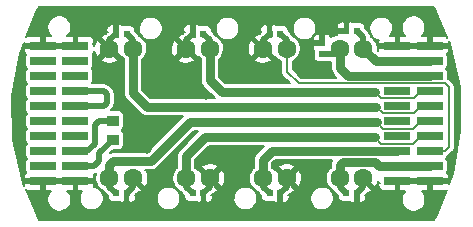
<source format=gbl>
G04 #@! TF.GenerationSoftware,KiCad,Pcbnew,no-vcs-found-d3b382c~59~ubuntu16.04.1*
G04 #@! TF.CreationDate,2017-07-28T01:41:28+01:00*
G04 #@! TF.ProjectId,m3top,6D33746F702E6B696361645F70636200,rev?*
G04 #@! TF.SameCoordinates,Original
G04 #@! TF.FileFunction,Copper,L2,Bot,Signal*
G04 #@! TF.FilePolarity,Positive*
%FSLAX46Y46*%
G04 Gerber Fmt 4.6, Leading zero omitted, Abs format (unit mm)*
G04 Created by KiCad (PCBNEW no-vcs-found-d3b382c~59~ubuntu16.04.1) date Fri Jul 28 01:41:28 2017*
%MOMM*%
%LPD*%
G01*
G04 APERTURE LIST*
%ADD10R,0.620000X0.620000*%
%ADD11R,1.000000X0.950000*%
%ADD12C,1.600000*%
%ADD13R,2.220000X0.740000*%
%ADD14C,0.800000*%
%ADD15C,0.500000*%
%ADD16C,0.740000*%
%ADD17C,0.200000*%
G04 APERTURE END LIST*
D10*
X107250000Y-94050000D03*
X107250000Y-94950000D03*
D11*
X89550000Y-100600000D03*
X89550000Y-102200000D03*
D10*
X110200000Y-93000000D03*
X109300000Y-93000000D03*
X102800000Y-93250000D03*
X103700000Y-93250000D03*
X109300000Y-106750000D03*
X110200000Y-106750000D03*
D12*
X108750000Y-105500000D03*
X110750000Y-105500000D03*
X102250000Y-94500000D03*
X104250000Y-94500000D03*
X110750000Y-94500000D03*
X108750000Y-94500000D03*
D10*
X102800000Y-106750000D03*
X103700000Y-106750000D03*
X97200000Y-106750000D03*
X96300000Y-106750000D03*
X89800000Y-106750000D03*
X90700000Y-106750000D03*
X89800000Y-93250000D03*
X90700000Y-93250000D03*
X97200000Y-93250000D03*
X96300000Y-93250000D03*
D12*
X102250000Y-105500000D03*
X104250000Y-105500000D03*
X97750000Y-105500000D03*
X95750000Y-105500000D03*
X89250000Y-105500000D03*
X91250000Y-105500000D03*
X89250000Y-94500000D03*
X91250000Y-94500000D03*
X97750000Y-94500000D03*
X95750000Y-94500000D03*
D13*
X116365000Y-105715000D03*
X113635000Y-105715000D03*
X116365000Y-104445000D03*
X113635000Y-104445000D03*
X116365000Y-103175000D03*
X113635000Y-103175000D03*
X116365000Y-101905000D03*
X113635000Y-101905000D03*
X116365000Y-100635000D03*
X113635000Y-100635000D03*
X116365000Y-99365000D03*
X113635000Y-99365000D03*
X116365000Y-98095000D03*
X113635000Y-98095000D03*
X116365000Y-96825000D03*
X113635000Y-96825000D03*
X116365000Y-95555000D03*
X113635000Y-95555000D03*
X116365000Y-94285000D03*
X113635000Y-94285000D03*
X83635000Y-94285000D03*
X86365000Y-94285000D03*
X83635000Y-95555000D03*
X86365000Y-95555000D03*
X83635000Y-96825000D03*
X86365000Y-96825000D03*
X83635000Y-98095000D03*
X86365000Y-98095000D03*
X83635000Y-99365000D03*
X86365000Y-99365000D03*
X83635000Y-100635000D03*
X86365000Y-100635000D03*
X83635000Y-101905000D03*
X86365000Y-101905000D03*
X83635000Y-103175000D03*
X86365000Y-103175000D03*
X83635000Y-104445000D03*
X86365000Y-104445000D03*
X83635000Y-105715000D03*
X86365000Y-105715000D03*
D14*
X86400000Y-91800000D03*
X83600000Y-91800000D03*
X86400000Y-108200000D03*
X83600000Y-108200000D03*
X113600000Y-108200000D03*
X116400000Y-108200000D03*
X116400000Y-91800000D03*
X113600000Y-91800000D03*
X105400000Y-96400000D03*
X107800000Y-96600000D03*
X103600000Y-97000000D03*
X94600000Y-103800000D03*
X107600000Y-104400000D03*
X101200000Y-103200000D03*
X107800000Y-92800000D03*
X99000000Y-97000000D03*
X92600000Y-98200000D03*
X97400000Y-98400000D03*
X92400000Y-103000000D03*
X94600000Y-100600000D03*
X83600000Y-93000000D03*
X86400000Y-93000000D03*
X86400000Y-107000000D03*
X83600000Y-107000000D03*
X116400000Y-107000000D03*
X113600000Y-107000000D03*
X116400000Y-93000000D03*
X113600000Y-93000000D03*
D15*
X102250000Y-94500000D02*
X102250000Y-93800000D01*
X102250000Y-93800000D02*
X102800000Y-93250000D01*
X95750000Y-94500000D02*
X95750000Y-93800000D01*
X95750000Y-93800000D02*
X96300000Y-93250000D01*
X89250000Y-94500000D02*
X89250000Y-93800000D01*
X89250000Y-93800000D02*
X89800000Y-93250000D01*
X91250000Y-105500000D02*
X91250000Y-106200000D01*
X91250000Y-106200000D02*
X90700000Y-106750000D01*
X97750000Y-105500000D02*
X97750000Y-106200000D01*
X97750000Y-106200000D02*
X97200000Y-106750000D01*
X104250000Y-105500000D02*
X104250000Y-106200000D01*
X104250000Y-106200000D02*
X103700000Y-106750000D01*
X110750000Y-105500000D02*
X110750000Y-106200000D01*
X110750000Y-106200000D02*
X110200000Y-106750000D01*
X86365000Y-99365000D02*
X88785000Y-99365000D01*
X88785000Y-99365000D02*
X89050000Y-99100000D01*
X89050000Y-99100000D02*
X89050000Y-98350000D01*
X89050000Y-98350000D02*
X88795000Y-98095000D01*
X88795000Y-98095000D02*
X86365000Y-98095000D01*
X88000000Y-100950000D02*
X88350000Y-100600000D01*
X88350000Y-100600000D02*
X89550000Y-100600000D01*
X88000000Y-102550000D02*
X88000000Y-100950000D01*
X87375000Y-103175000D02*
X88000000Y-102550000D01*
X86365000Y-103175000D02*
X87375000Y-103175000D01*
X89550000Y-102200000D02*
X89525000Y-102200000D01*
X89525000Y-102200000D02*
X88400000Y-103325000D01*
X88400000Y-103325000D02*
X88400000Y-104020000D01*
X88400000Y-104020000D02*
X87975000Y-104445000D01*
X87975000Y-104445000D02*
X86365000Y-104445000D01*
D16*
X108750000Y-105500000D02*
X108750000Y-104368630D01*
X108750000Y-104368630D02*
X109018630Y-104100000D01*
X109018630Y-104100000D02*
X111750000Y-104100000D01*
X111750000Y-104100000D02*
X112095000Y-104445000D01*
X112095000Y-104445000D02*
X113635000Y-104445000D01*
D15*
X108750000Y-105500000D02*
X108750000Y-106200000D01*
X108750000Y-106200000D02*
X109300000Y-106750000D01*
D16*
X116365000Y-104445000D02*
X113635000Y-104445000D01*
D17*
X105255010Y-97455010D02*
X104250000Y-96450000D01*
X104250000Y-96450000D02*
X104250000Y-94500000D01*
X118000000Y-102850000D02*
X118000000Y-97781998D01*
X118000000Y-97781998D02*
X117673012Y-97455010D01*
X117673012Y-97455010D02*
X105255010Y-97455010D01*
X116365000Y-103175000D02*
X117675000Y-103175000D01*
X117675000Y-103175000D02*
X118000000Y-102850000D01*
D15*
X104250000Y-94500000D02*
X104250000Y-93800000D01*
X104250000Y-93800000D02*
X103700000Y-93250000D01*
X102250000Y-105500000D02*
X102250000Y-106200000D01*
X102250000Y-106200000D02*
X102800000Y-106750000D01*
D16*
X102975000Y-103175000D02*
X102250000Y-103900000D01*
X102250000Y-103900000D02*
X102250000Y-105500000D01*
X113635000Y-103175000D02*
X102975000Y-103175000D01*
X111700000Y-102000000D02*
X97350000Y-102000000D01*
X97350000Y-102000000D02*
X95750000Y-103600000D01*
X95750000Y-103600000D02*
X95750000Y-105500000D01*
D17*
X112244990Y-102544990D02*
X111700000Y-102000000D01*
X116365000Y-101905000D02*
X115625000Y-101905000D01*
X115625000Y-101905000D02*
X114985010Y-102544990D01*
X114985010Y-102544990D02*
X112244990Y-102544990D01*
D15*
X95750000Y-105500000D02*
X95750000Y-106200000D01*
X95750000Y-106200000D02*
X96300000Y-106750000D01*
D16*
X89250000Y-105500000D02*
X89250000Y-104368630D01*
X89250000Y-104368630D02*
X89568630Y-104050000D01*
X89568630Y-104050000D02*
X92750000Y-104050000D01*
X92750000Y-104050000D02*
X96050000Y-100750000D01*
X96050000Y-100750000D02*
X107400000Y-100750000D01*
X107400000Y-100750000D02*
X111900000Y-100750000D01*
D17*
X112424999Y-101274999D02*
X111900000Y-100750000D01*
X116365000Y-100635000D02*
X115625000Y-100635000D01*
X115625000Y-100635000D02*
X114985001Y-101274999D01*
X114985001Y-101274999D02*
X112424999Y-101274999D01*
D15*
X89250000Y-105500000D02*
X89250000Y-106200000D01*
X89250000Y-106200000D02*
X89800000Y-106750000D01*
D16*
X111850000Y-99450000D02*
X92400000Y-99450000D01*
X92400000Y-99450000D02*
X91250000Y-98300000D01*
X91250000Y-98300000D02*
X91250000Y-94500000D01*
D17*
X112395001Y-99995001D02*
X111850000Y-99450000D01*
X116365000Y-99365000D02*
X115625000Y-99365000D01*
X115625000Y-99365000D02*
X114994999Y-99995001D01*
X114994999Y-99995001D02*
X112395001Y-99995001D01*
D15*
X91250000Y-94500000D02*
X91250000Y-93800000D01*
X91250000Y-93800000D02*
X90700000Y-93250000D01*
D16*
X111750000Y-98200000D02*
X98750000Y-98200000D01*
X98750000Y-98200000D02*
X97750000Y-97200000D01*
X97750000Y-97200000D02*
X97750000Y-94500000D01*
D17*
X112275001Y-98725001D02*
X111750000Y-98200000D01*
X116365000Y-98095000D02*
X115625000Y-98095000D01*
X115625000Y-98095000D02*
X114994999Y-98725001D01*
X114994999Y-98725001D02*
X112275001Y-98725001D01*
D15*
X97750000Y-94500000D02*
X97750000Y-93800000D01*
X97750000Y-93800000D02*
X97200000Y-93250000D01*
D16*
X109425000Y-96825000D02*
X108750000Y-96150000D01*
X108750000Y-96150000D02*
X108750000Y-94500000D01*
X113635000Y-96825000D02*
X109425000Y-96825000D01*
D15*
X107250000Y-94950000D02*
X108300000Y-94950000D01*
X108300000Y-94950000D02*
X108750000Y-94500000D01*
D16*
X116365000Y-96825000D02*
X113635000Y-96825000D01*
D15*
X110750000Y-94500000D02*
X110750000Y-93550000D01*
X110750000Y-93550000D02*
X110200000Y-93000000D01*
X111100000Y-94150000D02*
X110750000Y-94500000D01*
D16*
X113635000Y-95555000D02*
X111805000Y-95555000D01*
X111805000Y-95555000D02*
X110750000Y-94500000D01*
X116365000Y-95555000D02*
X113635000Y-95555000D01*
D17*
G36*
X117860048Y-93592941D02*
X117793731Y-93526624D01*
X117711839Y-93471906D01*
X117620844Y-93434215D01*
X117524245Y-93415000D01*
X116640000Y-93415000D01*
X116515000Y-93540000D01*
X116515000Y-94135000D01*
X117850000Y-94135000D01*
X117975000Y-94010000D01*
X117975000Y-93865754D01*
X117971470Y-93848006D01*
X118091428Y-94122614D01*
X118888470Y-97748526D01*
X118966056Y-101460197D01*
X118321231Y-105116242D01*
X117975000Y-106008764D01*
X117975000Y-105990000D01*
X117850000Y-105865000D01*
X116515000Y-105865000D01*
X116515000Y-106460000D01*
X116640000Y-106585000D01*
X117524245Y-106585000D01*
X117620844Y-106565785D01*
X117711839Y-106528094D01*
X117793731Y-106473376D01*
X117795421Y-106471686D01*
X116972262Y-108593641D01*
X116729612Y-109050000D01*
X83294487Y-109050000D01*
X82139952Y-106407059D01*
X82206269Y-106473376D01*
X82288161Y-106528094D01*
X82379156Y-106565785D01*
X82475755Y-106585000D01*
X83360000Y-106585000D01*
X83485000Y-106460000D01*
X83485000Y-105865000D01*
X83785000Y-105865000D01*
X83785000Y-106460000D01*
X83910000Y-106585000D01*
X84305919Y-106585000D01*
X84230249Y-106659102D01*
X84119453Y-106820915D01*
X84042197Y-107001167D01*
X84001423Y-107192992D01*
X83998685Y-107389083D01*
X84034087Y-107581971D01*
X84106280Y-107764310D01*
X84212514Y-107929154D01*
X84348744Y-108070223D01*
X84509780Y-108182146D01*
X84689488Y-108260659D01*
X84881023Y-108302770D01*
X85077090Y-108306877D01*
X85270221Y-108272823D01*
X85453059Y-108201905D01*
X85618641Y-108096824D01*
X85760658Y-107961583D01*
X85873702Y-107801332D01*
X85953468Y-107622176D01*
X85996916Y-107430940D01*
X86000043Y-107206945D01*
X85961952Y-107014570D01*
X85887220Y-106833257D01*
X85778694Y-106669912D01*
X85694373Y-106585000D01*
X86090000Y-106585000D01*
X86215000Y-106460000D01*
X86215000Y-105865000D01*
X86515000Y-105865000D01*
X86515000Y-106460000D01*
X86640000Y-106585000D01*
X86959093Y-106585000D01*
X86869453Y-106715915D01*
X86792197Y-106896167D01*
X86751423Y-107087992D01*
X86748685Y-107284083D01*
X86784087Y-107476971D01*
X86856280Y-107659310D01*
X86962514Y-107824154D01*
X87098744Y-107965223D01*
X87259780Y-108077146D01*
X87439488Y-108155659D01*
X87631023Y-108197770D01*
X87827090Y-108201877D01*
X88020221Y-108167823D01*
X88203059Y-108096905D01*
X88368641Y-107991824D01*
X88510658Y-107856583D01*
X88623702Y-107696332D01*
X88703468Y-107517176D01*
X88746916Y-107325940D01*
X88750043Y-107101945D01*
X88711952Y-106909570D01*
X88637220Y-106728257D01*
X88528694Y-106564912D01*
X88390508Y-106425758D01*
X88227926Y-106316095D01*
X88047139Y-106240099D01*
X87957600Y-106221720D01*
X87975000Y-106134246D01*
X87975000Y-105990000D01*
X87850000Y-105865000D01*
X86515000Y-105865000D01*
X86215000Y-105865000D01*
X83785000Y-105865000D01*
X83485000Y-105865000D01*
X82150000Y-105865000D01*
X82025000Y-105990000D01*
X82025000Y-106134246D01*
X82028530Y-106151994D01*
X81908572Y-105877386D01*
X81111530Y-102251473D01*
X81033944Y-98539803D01*
X81678769Y-94883755D01*
X81804361Y-94560000D01*
X82025000Y-94560000D01*
X82025000Y-94704246D01*
X82044215Y-94800845D01*
X82081906Y-94891839D01*
X82136625Y-94973732D01*
X82167739Y-95004846D01*
X82153660Y-95031186D01*
X82130788Y-95106586D01*
X82123065Y-95185000D01*
X82123065Y-95925000D01*
X82130788Y-96003414D01*
X82153660Y-96078814D01*
X82190803Y-96148303D01*
X82225023Y-96190000D01*
X82190803Y-96231697D01*
X82153660Y-96301186D01*
X82130788Y-96376586D01*
X82123065Y-96455000D01*
X82123065Y-97195000D01*
X82130788Y-97273414D01*
X82153660Y-97348814D01*
X82190803Y-97418303D01*
X82225023Y-97460000D01*
X82190803Y-97501697D01*
X82153660Y-97571186D01*
X82130788Y-97646586D01*
X82123065Y-97725000D01*
X82123065Y-98465000D01*
X82130788Y-98543414D01*
X82153660Y-98618814D01*
X82190803Y-98688303D01*
X82225023Y-98730000D01*
X82190803Y-98771697D01*
X82153660Y-98841186D01*
X82130788Y-98916586D01*
X82123065Y-98995000D01*
X82123065Y-99735000D01*
X82130788Y-99813414D01*
X82153660Y-99888814D01*
X82190803Y-99958303D01*
X82225023Y-100000000D01*
X82190803Y-100041697D01*
X82153660Y-100111186D01*
X82130788Y-100186586D01*
X82123065Y-100265000D01*
X82123065Y-101005000D01*
X82130788Y-101083414D01*
X82153660Y-101158814D01*
X82190803Y-101228303D01*
X82225023Y-101270000D01*
X82190803Y-101311697D01*
X82153660Y-101381186D01*
X82130788Y-101456586D01*
X82123065Y-101535000D01*
X82123065Y-102275000D01*
X82130788Y-102353414D01*
X82153660Y-102428814D01*
X82190803Y-102498303D01*
X82225023Y-102540000D01*
X82190803Y-102581697D01*
X82153660Y-102651186D01*
X82130788Y-102726586D01*
X82123065Y-102805000D01*
X82123065Y-103545000D01*
X82130788Y-103623414D01*
X82153660Y-103698814D01*
X82190803Y-103768303D01*
X82225023Y-103810000D01*
X82190803Y-103851697D01*
X82153660Y-103921186D01*
X82130788Y-103996586D01*
X82123065Y-104075000D01*
X82123065Y-104815000D01*
X82130788Y-104893414D01*
X82153660Y-104968814D01*
X82167739Y-104995154D01*
X82136625Y-105026268D01*
X82081906Y-105108161D01*
X82044215Y-105199155D01*
X82025000Y-105295754D01*
X82025000Y-105440000D01*
X82150000Y-105565000D01*
X83485000Y-105565000D01*
X83485000Y-105545000D01*
X83785000Y-105545000D01*
X83785000Y-105565000D01*
X86215000Y-105565000D01*
X86215000Y-105545000D01*
X86515000Y-105545000D01*
X86515000Y-105565000D01*
X87850000Y-105565000D01*
X87975000Y-105440000D01*
X87975000Y-105295754D01*
X87955785Y-105199155D01*
X87918094Y-105108161D01*
X87909300Y-105095000D01*
X87975000Y-105095000D01*
X88034778Y-105089139D01*
X88094568Y-105083908D01*
X88097850Y-105082955D01*
X88101252Y-105082621D01*
X88126529Y-105074989D01*
X88100637Y-105135401D01*
X88051709Y-105365590D01*
X88048423Y-105600899D01*
X88090905Y-105832365D01*
X88177536Y-106051171D01*
X88305018Y-106248984D01*
X88468493Y-106418267D01*
X88661736Y-106552575D01*
X88725510Y-106580437D01*
X88746548Y-106606232D01*
X88784008Y-106653158D01*
X88788698Y-106657913D01*
X88788779Y-106658012D01*
X88788871Y-106658088D01*
X88790381Y-106659619D01*
X89088065Y-106957304D01*
X89088065Y-107060000D01*
X89095788Y-107138414D01*
X89118660Y-107213814D01*
X89155803Y-107283303D01*
X89205789Y-107344211D01*
X89266697Y-107394197D01*
X89336186Y-107431340D01*
X89411586Y-107454212D01*
X89490000Y-107461935D01*
X90091562Y-107461935D01*
X90153161Y-107503094D01*
X90244155Y-107540785D01*
X90340754Y-107560000D01*
X90425000Y-107560000D01*
X90550000Y-107435000D01*
X90550000Y-106900000D01*
X90530000Y-106900000D01*
X90530000Y-106600000D01*
X90550000Y-106600000D01*
X90550000Y-106490968D01*
X90608613Y-106637988D01*
X90842948Y-106741250D01*
X90870000Y-106747263D01*
X90870000Y-106900000D01*
X90850000Y-106900000D01*
X90850000Y-107435000D01*
X90975000Y-107560000D01*
X91059246Y-107560000D01*
X91155845Y-107540785D01*
X91246839Y-107503094D01*
X91328732Y-107448375D01*
X91398376Y-107378731D01*
X91453094Y-107296839D01*
X91458377Y-107284083D01*
X93248685Y-107284083D01*
X93284087Y-107476971D01*
X93356280Y-107659310D01*
X93462514Y-107824154D01*
X93598744Y-107965223D01*
X93759780Y-108077146D01*
X93939488Y-108155659D01*
X94131023Y-108197770D01*
X94327090Y-108201877D01*
X94520221Y-108167823D01*
X94703059Y-108096905D01*
X94868641Y-107991824D01*
X95010658Y-107856583D01*
X95123702Y-107696332D01*
X95203468Y-107517176D01*
X95246916Y-107325940D01*
X95250043Y-107101945D01*
X95211952Y-106909570D01*
X95137220Y-106728257D01*
X95028694Y-106564912D01*
X94890508Y-106425758D01*
X94727926Y-106316095D01*
X94547139Y-106240099D01*
X94355034Y-106200666D01*
X94158929Y-106199297D01*
X93966292Y-106236044D01*
X93784462Y-106309508D01*
X93620364Y-106416891D01*
X93480249Y-106554102D01*
X93369453Y-106715915D01*
X93292197Y-106896167D01*
X93251423Y-107087992D01*
X93248685Y-107284083D01*
X91458377Y-107284083D01*
X91490785Y-107205844D01*
X91510000Y-107109245D01*
X91510000Y-107025000D01*
X91385002Y-106900002D01*
X91510000Y-106900002D01*
X91510000Y-106774229D01*
X91601150Y-106758208D01*
X91839867Y-106665526D01*
X91891387Y-106637988D01*
X91972471Y-106434603D01*
X91250000Y-105712132D01*
X91235858Y-105726275D01*
X91023726Y-105514143D01*
X91037868Y-105500000D01*
X91023726Y-105485858D01*
X91235858Y-105273726D01*
X91250000Y-105287868D01*
X91264143Y-105273726D01*
X91476275Y-105485858D01*
X91462132Y-105500000D01*
X92184603Y-106222471D01*
X92387988Y-106141387D01*
X92491250Y-105907052D01*
X92546812Y-105657075D01*
X92552538Y-105401061D01*
X92508208Y-105148850D01*
X92415526Y-104910133D01*
X92387988Y-104858613D01*
X92291134Y-104820000D01*
X92750000Y-104820000D01*
X92820766Y-104813061D01*
X92891642Y-104806860D01*
X92895531Y-104805730D01*
X92899560Y-104805335D01*
X92967625Y-104784785D01*
X93035953Y-104764934D01*
X93039549Y-104763070D01*
X93043424Y-104761900D01*
X93106164Y-104728541D01*
X93169372Y-104695777D01*
X93172541Y-104693247D01*
X93176111Y-104691349D01*
X93231178Y-104646437D01*
X93286817Y-104602021D01*
X93292454Y-104596462D01*
X93292568Y-104596369D01*
X93292655Y-104596264D01*
X93294472Y-104594472D01*
X96368944Y-101520000D01*
X96741056Y-101520000D01*
X95205528Y-103055528D01*
X95160413Y-103110452D01*
X95114663Y-103164975D01*
X95112711Y-103168526D01*
X95110143Y-103171652D01*
X95076559Y-103234286D01*
X95042266Y-103296665D01*
X95041041Y-103300528D01*
X95039129Y-103304093D01*
X95018359Y-103372027D01*
X94996826Y-103439908D01*
X94996374Y-103443938D01*
X94995192Y-103447804D01*
X94988011Y-103518493D01*
X94980075Y-103589249D01*
X94980020Y-103597167D01*
X94980005Y-103597312D01*
X94980018Y-103597447D01*
X94980000Y-103600000D01*
X94980000Y-104574408D01*
X94826299Y-104724923D01*
X94693344Y-104919099D01*
X94600637Y-105135401D01*
X94551709Y-105365590D01*
X94548423Y-105600899D01*
X94590905Y-105832365D01*
X94677536Y-106051171D01*
X94805018Y-106248984D01*
X94968493Y-106418267D01*
X95161736Y-106552575D01*
X95225510Y-106580437D01*
X95246548Y-106606232D01*
X95284008Y-106653158D01*
X95288698Y-106657913D01*
X95288779Y-106658012D01*
X95288871Y-106658088D01*
X95290381Y-106659619D01*
X95588065Y-106957304D01*
X95588065Y-107060000D01*
X95595788Y-107138414D01*
X95618660Y-107213814D01*
X95655803Y-107283303D01*
X95705789Y-107344211D01*
X95766697Y-107394197D01*
X95836186Y-107431340D01*
X95911586Y-107454212D01*
X95990000Y-107461935D01*
X96591562Y-107461935D01*
X96653161Y-107503094D01*
X96744155Y-107540785D01*
X96840754Y-107560000D01*
X96925000Y-107560000D01*
X97050000Y-107435000D01*
X97050000Y-106900000D01*
X97030000Y-106900000D01*
X97030000Y-106600000D01*
X97050000Y-106600000D01*
X97050000Y-106490968D01*
X97108613Y-106637988D01*
X97342948Y-106741250D01*
X97370000Y-106747263D01*
X97370000Y-106900000D01*
X97350000Y-106900000D01*
X97350000Y-107435000D01*
X97475000Y-107560000D01*
X97559246Y-107560000D01*
X97655845Y-107540785D01*
X97746839Y-107503094D01*
X97828732Y-107448375D01*
X97898376Y-107378731D01*
X97953094Y-107296839D01*
X97958377Y-107284083D01*
X99748685Y-107284083D01*
X99784087Y-107476971D01*
X99856280Y-107659310D01*
X99962514Y-107824154D01*
X100098744Y-107965223D01*
X100259780Y-108077146D01*
X100439488Y-108155659D01*
X100631023Y-108197770D01*
X100827090Y-108201877D01*
X101020221Y-108167823D01*
X101203059Y-108096905D01*
X101368641Y-107991824D01*
X101510658Y-107856583D01*
X101623702Y-107696332D01*
X101703468Y-107517176D01*
X101746916Y-107325940D01*
X101750043Y-107101945D01*
X101711952Y-106909570D01*
X101637220Y-106728257D01*
X101528694Y-106564912D01*
X101390508Y-106425758D01*
X101227926Y-106316095D01*
X101047139Y-106240099D01*
X100855034Y-106200666D01*
X100658929Y-106199297D01*
X100466292Y-106236044D01*
X100284462Y-106309508D01*
X100120364Y-106416891D01*
X99980249Y-106554102D01*
X99869453Y-106715915D01*
X99792197Y-106896167D01*
X99751423Y-107087992D01*
X99748685Y-107284083D01*
X97958377Y-107284083D01*
X97990785Y-107205844D01*
X98010000Y-107109245D01*
X98010000Y-107025000D01*
X97885002Y-106900002D01*
X98010000Y-106900002D01*
X98010000Y-106774229D01*
X98101150Y-106758208D01*
X98339867Y-106665526D01*
X98391387Y-106637988D01*
X98472471Y-106434603D01*
X97750000Y-105712132D01*
X97735858Y-105726275D01*
X97523726Y-105514143D01*
X97537868Y-105500000D01*
X97962132Y-105500000D01*
X98684603Y-106222471D01*
X98887988Y-106141387D01*
X98991250Y-105907052D01*
X99046812Y-105657075D01*
X99052538Y-105401061D01*
X99008208Y-105148850D01*
X98915526Y-104910133D01*
X98887988Y-104858613D01*
X98684603Y-104777529D01*
X97962132Y-105500000D01*
X97537868Y-105500000D01*
X96815397Y-104777529D01*
X96732677Y-104810507D01*
X96684433Y-104737895D01*
X96520000Y-104572311D01*
X96520000Y-104565397D01*
X97027529Y-104565397D01*
X97750000Y-105287868D01*
X98472471Y-104565397D01*
X98391387Y-104362012D01*
X98157052Y-104258750D01*
X97907075Y-104203188D01*
X97651061Y-104197462D01*
X97398850Y-104241792D01*
X97160133Y-104334474D01*
X97108613Y-104362012D01*
X97027529Y-104565397D01*
X96520000Y-104565397D01*
X96520000Y-103918944D01*
X97668944Y-102770000D01*
X102291056Y-102770000D01*
X101705528Y-103355528D01*
X101660413Y-103410452D01*
X101614663Y-103464975D01*
X101612711Y-103468526D01*
X101610143Y-103471652D01*
X101576559Y-103534286D01*
X101542266Y-103596665D01*
X101541041Y-103600528D01*
X101539129Y-103604093D01*
X101518359Y-103672027D01*
X101496826Y-103739908D01*
X101496374Y-103743938D01*
X101495192Y-103747804D01*
X101488012Y-103818486D01*
X101480075Y-103889249D01*
X101480020Y-103897167D01*
X101480005Y-103897312D01*
X101480018Y-103897447D01*
X101480000Y-103900000D01*
X101480000Y-104574408D01*
X101326299Y-104724923D01*
X101193344Y-104919099D01*
X101100637Y-105135401D01*
X101051709Y-105365590D01*
X101048423Y-105600899D01*
X101090905Y-105832365D01*
X101177536Y-106051171D01*
X101305018Y-106248984D01*
X101468493Y-106418267D01*
X101661736Y-106552575D01*
X101725510Y-106580437D01*
X101746548Y-106606232D01*
X101784008Y-106653158D01*
X101788698Y-106657913D01*
X101788779Y-106658012D01*
X101788871Y-106658088D01*
X101790381Y-106659619D01*
X102088065Y-106957304D01*
X102088065Y-107060000D01*
X102095788Y-107138414D01*
X102118660Y-107213814D01*
X102155803Y-107283303D01*
X102205789Y-107344211D01*
X102266697Y-107394197D01*
X102336186Y-107431340D01*
X102411586Y-107454212D01*
X102490000Y-107461935D01*
X103091562Y-107461935D01*
X103153161Y-107503094D01*
X103244155Y-107540785D01*
X103340754Y-107560000D01*
X103425000Y-107560000D01*
X103550000Y-107435000D01*
X103550000Y-106900000D01*
X103530000Y-106900000D01*
X103530000Y-106600000D01*
X103550000Y-106600000D01*
X103550000Y-106490968D01*
X103608613Y-106637988D01*
X103842948Y-106741250D01*
X103870000Y-106747263D01*
X103870000Y-106900000D01*
X103850000Y-106900000D01*
X103850000Y-107435000D01*
X103975000Y-107560000D01*
X104059246Y-107560000D01*
X104155845Y-107540785D01*
X104246839Y-107503094D01*
X104328732Y-107448375D01*
X104398376Y-107378731D01*
X104453094Y-107296839D01*
X104458377Y-107284083D01*
X106248685Y-107284083D01*
X106284087Y-107476971D01*
X106356280Y-107659310D01*
X106462514Y-107824154D01*
X106598744Y-107965223D01*
X106759780Y-108077146D01*
X106939488Y-108155659D01*
X107131023Y-108197770D01*
X107327090Y-108201877D01*
X107520221Y-108167823D01*
X107703059Y-108096905D01*
X107868641Y-107991824D01*
X108010658Y-107856583D01*
X108123702Y-107696332D01*
X108203468Y-107517176D01*
X108246916Y-107325940D01*
X108250043Y-107101945D01*
X108211952Y-106909570D01*
X108137220Y-106728257D01*
X108028694Y-106564912D01*
X107890508Y-106425758D01*
X107727926Y-106316095D01*
X107547139Y-106240099D01*
X107355034Y-106200666D01*
X107158929Y-106199297D01*
X106966292Y-106236044D01*
X106784462Y-106309508D01*
X106620364Y-106416891D01*
X106480249Y-106554102D01*
X106369453Y-106715915D01*
X106292197Y-106896167D01*
X106251423Y-107087992D01*
X106248685Y-107284083D01*
X104458377Y-107284083D01*
X104490785Y-107205844D01*
X104510000Y-107109245D01*
X104510000Y-107025000D01*
X104385002Y-106900002D01*
X104510000Y-106900002D01*
X104510000Y-106774229D01*
X104601150Y-106758208D01*
X104839867Y-106665526D01*
X104891387Y-106637988D01*
X104972471Y-106434603D01*
X104250000Y-105712132D01*
X104235858Y-105726275D01*
X104023726Y-105514143D01*
X104037868Y-105500000D01*
X104462132Y-105500000D01*
X105184603Y-106222471D01*
X105387988Y-106141387D01*
X105491250Y-105907052D01*
X105546812Y-105657075D01*
X105552538Y-105401061D01*
X105508208Y-105148850D01*
X105415526Y-104910133D01*
X105387988Y-104858613D01*
X105184603Y-104777529D01*
X104462132Y-105500000D01*
X104037868Y-105500000D01*
X103315397Y-104777529D01*
X103232677Y-104810507D01*
X103184433Y-104737895D01*
X103020000Y-104572311D01*
X103020000Y-104565397D01*
X103527529Y-104565397D01*
X104250000Y-105287868D01*
X104972471Y-104565397D01*
X104891387Y-104362012D01*
X104657052Y-104258750D01*
X104407075Y-104203188D01*
X104151061Y-104197462D01*
X103898850Y-104241792D01*
X103660133Y-104334474D01*
X103608613Y-104362012D01*
X103527529Y-104565397D01*
X103020000Y-104565397D01*
X103020000Y-104218944D01*
X103293944Y-103945000D01*
X108107613Y-103945000D01*
X108076559Y-104002916D01*
X108042266Y-104065295D01*
X108041041Y-104069158D01*
X108039129Y-104072723D01*
X108018359Y-104140657D01*
X107996826Y-104208538D01*
X107996374Y-104212568D01*
X107995192Y-104216434D01*
X107988011Y-104287123D01*
X107980075Y-104357879D01*
X107980020Y-104365797D01*
X107980005Y-104365942D01*
X107980018Y-104366077D01*
X107980000Y-104368630D01*
X107980000Y-104574408D01*
X107826299Y-104724923D01*
X107693344Y-104919099D01*
X107600637Y-105135401D01*
X107551709Y-105365590D01*
X107548423Y-105600899D01*
X107590905Y-105832365D01*
X107677536Y-106051171D01*
X107805018Y-106248984D01*
X107968493Y-106418267D01*
X108161736Y-106552575D01*
X108225510Y-106580437D01*
X108246548Y-106606232D01*
X108284008Y-106653158D01*
X108288698Y-106657913D01*
X108288779Y-106658012D01*
X108288871Y-106658088D01*
X108290381Y-106659619D01*
X108588065Y-106957304D01*
X108588065Y-107060000D01*
X108595788Y-107138414D01*
X108618660Y-107213814D01*
X108655803Y-107283303D01*
X108705789Y-107344211D01*
X108766697Y-107394197D01*
X108836186Y-107431340D01*
X108911586Y-107454212D01*
X108990000Y-107461935D01*
X109591562Y-107461935D01*
X109653161Y-107503094D01*
X109744155Y-107540785D01*
X109840754Y-107560000D01*
X109925000Y-107560000D01*
X110050000Y-107435000D01*
X110050000Y-106900000D01*
X110030000Y-106900000D01*
X110030000Y-106600000D01*
X110050000Y-106600000D01*
X110050000Y-106490968D01*
X110108613Y-106637988D01*
X110342948Y-106741250D01*
X110370000Y-106747263D01*
X110370000Y-106900000D01*
X110350000Y-106900000D01*
X110350000Y-107435000D01*
X110475000Y-107560000D01*
X110559246Y-107560000D01*
X110655845Y-107540785D01*
X110746839Y-107503094D01*
X110828732Y-107448375D01*
X110898376Y-107378731D01*
X110953094Y-107296839D01*
X110990785Y-107205844D01*
X111010000Y-107109245D01*
X111010000Y-107025000D01*
X110885002Y-106900002D01*
X111010000Y-106900002D01*
X111010000Y-106774229D01*
X111101150Y-106758208D01*
X111339867Y-106665526D01*
X111391387Y-106637988D01*
X111472471Y-106434603D01*
X110750000Y-105712132D01*
X110735858Y-105726275D01*
X110523726Y-105514143D01*
X110537868Y-105500000D01*
X110523726Y-105485858D01*
X110735858Y-105273726D01*
X110750000Y-105287868D01*
X110764143Y-105273726D01*
X110976275Y-105485858D01*
X110962132Y-105500000D01*
X111684603Y-106222471D01*
X111887988Y-106141387D01*
X111991250Y-105907052D01*
X112025000Y-105755209D01*
X112025000Y-105865002D01*
X112149998Y-105865002D01*
X112025000Y-105990000D01*
X112025000Y-106134246D01*
X112044215Y-106230845D01*
X112081906Y-106321839D01*
X112136625Y-106403732D01*
X112206269Y-106473376D01*
X112288161Y-106528094D01*
X112379156Y-106565785D01*
X112475755Y-106585000D01*
X113360000Y-106585000D01*
X113485000Y-106460000D01*
X113485000Y-105865000D01*
X113785000Y-105865000D01*
X113785000Y-106460000D01*
X113910000Y-106585000D01*
X114305919Y-106585000D01*
X114230249Y-106659102D01*
X114119453Y-106820915D01*
X114042197Y-107001167D01*
X114001423Y-107192992D01*
X113998685Y-107389083D01*
X114034087Y-107581971D01*
X114106280Y-107764310D01*
X114212514Y-107929154D01*
X114348744Y-108070223D01*
X114509780Y-108182146D01*
X114689488Y-108260659D01*
X114881023Y-108302770D01*
X115077090Y-108306877D01*
X115270221Y-108272823D01*
X115453059Y-108201905D01*
X115618641Y-108096824D01*
X115760658Y-107961583D01*
X115873702Y-107801332D01*
X115953468Y-107622176D01*
X115996916Y-107430940D01*
X116000043Y-107206945D01*
X115961952Y-107014570D01*
X115887220Y-106833257D01*
X115778694Y-106669912D01*
X115694373Y-106585000D01*
X116090000Y-106585000D01*
X116215000Y-106460000D01*
X116215000Y-105865000D01*
X113785000Y-105865000D01*
X113485000Y-105865000D01*
X113465000Y-105865000D01*
X113465000Y-105565000D01*
X113485000Y-105565000D01*
X113485000Y-105545000D01*
X113785000Y-105545000D01*
X113785000Y-105565000D01*
X116215000Y-105565000D01*
X116215000Y-105545000D01*
X116515000Y-105545000D01*
X116515000Y-105565000D01*
X117850000Y-105565000D01*
X117975000Y-105440000D01*
X117975000Y-105295754D01*
X117955785Y-105199155D01*
X117918094Y-105108161D01*
X117863375Y-105026268D01*
X117832261Y-104995154D01*
X117846340Y-104968814D01*
X117869212Y-104893414D01*
X117876935Y-104815000D01*
X117876935Y-104075000D01*
X117869212Y-103996586D01*
X117846340Y-103921186D01*
X117809197Y-103851697D01*
X117774977Y-103810000D01*
X117809197Y-103768303D01*
X117846340Y-103698814D01*
X117864955Y-103637448D01*
X117865535Y-103637273D01*
X117906285Y-103615606D01*
X117947320Y-103594336D01*
X117949376Y-103592694D01*
X117951696Y-103591461D01*
X117987485Y-103562272D01*
X118023582Y-103533455D01*
X118027240Y-103529848D01*
X118027317Y-103529785D01*
X118027376Y-103529714D01*
X118028553Y-103528553D01*
X118353553Y-103203554D01*
X118382871Y-103167862D01*
X118412557Y-103132484D01*
X118413823Y-103130180D01*
X118415492Y-103128149D01*
X118437310Y-103087458D01*
X118459568Y-103046971D01*
X118460363Y-103044464D01*
X118461605Y-103042148D01*
X118475107Y-102997985D01*
X118489074Y-102953956D01*
X118489367Y-102951345D01*
X118490136Y-102948829D01*
X118494801Y-102902897D01*
X118499951Y-102856981D01*
X118499987Y-102851832D01*
X118499996Y-102851745D01*
X118499988Y-102851664D01*
X118500000Y-102850000D01*
X118500000Y-97781998D01*
X118495495Y-97736046D01*
X118491468Y-97690023D01*
X118490735Y-97687499D01*
X118490478Y-97684881D01*
X118477127Y-97640663D01*
X118464243Y-97596314D01*
X118463033Y-97593979D01*
X118462273Y-97591463D01*
X118440595Y-97550692D01*
X118419336Y-97509679D01*
X118417696Y-97507624D01*
X118416461Y-97505302D01*
X118387254Y-97469492D01*
X118358455Y-97433416D01*
X118354848Y-97429758D01*
X118354785Y-97429681D01*
X118354714Y-97429622D01*
X118353553Y-97428445D01*
X118026565Y-97101457D01*
X117990920Y-97072178D01*
X117955496Y-97042453D01*
X117953189Y-97041185D01*
X117951160Y-97039518D01*
X117910491Y-97017711D01*
X117876935Y-96999264D01*
X117876935Y-96455000D01*
X117869212Y-96376586D01*
X117846340Y-96301186D01*
X117809197Y-96231697D01*
X117774977Y-96190000D01*
X117809197Y-96148303D01*
X117846340Y-96078814D01*
X117869212Y-96003414D01*
X117876935Y-95925000D01*
X117876935Y-95185000D01*
X117869212Y-95106586D01*
X117846340Y-95031186D01*
X117832261Y-95004846D01*
X117863375Y-94973732D01*
X117918094Y-94891839D01*
X117955785Y-94800845D01*
X117975000Y-94704246D01*
X117975000Y-94560000D01*
X117850000Y-94435000D01*
X116515000Y-94435000D01*
X116515000Y-94455000D01*
X116215000Y-94455000D01*
X116215000Y-94435000D01*
X113785000Y-94435000D01*
X113785000Y-94455000D01*
X113485000Y-94455000D01*
X113485000Y-94435000D01*
X112150000Y-94435000D01*
X112025000Y-94560000D01*
X112025000Y-94686056D01*
X111946901Y-94607957D01*
X111950051Y-94382334D01*
X111904342Y-94151484D01*
X111814664Y-93933908D01*
X111684433Y-93737895D01*
X111518610Y-93570911D01*
X111393835Y-93486749D01*
X111388908Y-93430431D01*
X111387954Y-93427149D01*
X111387621Y-93423748D01*
X111370260Y-93366244D01*
X111353515Y-93308610D01*
X111351944Y-93305579D01*
X111350955Y-93302304D01*
X111322747Y-93249252D01*
X111295136Y-93195985D01*
X111293005Y-93193316D01*
X111291399Y-93190295D01*
X111253452Y-93143768D01*
X111215992Y-93096842D01*
X111211298Y-93092083D01*
X111211221Y-93091988D01*
X111211133Y-93091915D01*
X111209619Y-93090380D01*
X111003322Y-92884083D01*
X111248685Y-92884083D01*
X111284087Y-93076971D01*
X111356280Y-93259310D01*
X111462514Y-93424154D01*
X111598744Y-93565223D01*
X111759780Y-93677146D01*
X111939488Y-93755659D01*
X112042399Y-93778285D01*
X112025000Y-93865754D01*
X112025000Y-94010000D01*
X112150000Y-94135000D01*
X113485000Y-94135000D01*
X113485000Y-93540000D01*
X113785000Y-93540000D01*
X113785000Y-94135000D01*
X116215000Y-94135000D01*
X116215000Y-93540000D01*
X116090000Y-93415000D01*
X115694064Y-93415000D01*
X115760658Y-93351583D01*
X115873702Y-93191332D01*
X115953468Y-93012176D01*
X115996916Y-92820940D01*
X116000043Y-92596945D01*
X115961952Y-92404570D01*
X115887220Y-92223257D01*
X115778694Y-92059912D01*
X115640508Y-91920758D01*
X115477926Y-91811095D01*
X115297139Y-91735099D01*
X115105034Y-91695666D01*
X114908929Y-91694297D01*
X114716292Y-91731044D01*
X114534462Y-91804508D01*
X114370364Y-91911891D01*
X114230249Y-92049102D01*
X114119453Y-92210915D01*
X114042197Y-92391167D01*
X114001423Y-92582992D01*
X113998685Y-92779083D01*
X114034087Y-92971971D01*
X114106280Y-93154310D01*
X114212514Y-93319154D01*
X114305072Y-93415000D01*
X113910000Y-93415000D01*
X113785000Y-93540000D01*
X113485000Y-93540000D01*
X113360000Y-93415000D01*
X113039991Y-93415000D01*
X113123702Y-93296332D01*
X113203468Y-93117176D01*
X113246916Y-92925940D01*
X113250043Y-92701945D01*
X113211952Y-92509570D01*
X113137220Y-92328257D01*
X113028694Y-92164912D01*
X112890508Y-92025758D01*
X112727926Y-91916095D01*
X112547139Y-91840099D01*
X112355034Y-91800666D01*
X112158929Y-91799297D01*
X111966292Y-91836044D01*
X111784462Y-91909508D01*
X111620364Y-92016891D01*
X111480249Y-92154102D01*
X111369453Y-92315915D01*
X111292197Y-92496167D01*
X111251423Y-92687992D01*
X111248685Y-92884083D01*
X111003322Y-92884083D01*
X110911935Y-92792697D01*
X110911935Y-92690000D01*
X110904212Y-92611586D01*
X110881340Y-92536186D01*
X110844197Y-92466697D01*
X110794211Y-92405789D01*
X110733303Y-92355803D01*
X110663814Y-92318660D01*
X110588414Y-92295788D01*
X110510000Y-92288065D01*
X109908438Y-92288065D01*
X109846839Y-92246906D01*
X109755845Y-92209215D01*
X109659246Y-92190000D01*
X109575000Y-92190000D01*
X109450000Y-92315000D01*
X109450000Y-92850000D01*
X109470000Y-92850000D01*
X109470000Y-93150000D01*
X109450000Y-93150000D01*
X109450000Y-93170000D01*
X109150000Y-93170000D01*
X109150000Y-93150000D01*
X108615000Y-93150000D01*
X108490000Y-93275000D01*
X108490000Y-93327907D01*
X108409551Y-93343253D01*
X108191355Y-93431410D01*
X108019859Y-93543634D01*
X108003094Y-93503161D01*
X107948375Y-93421268D01*
X107878731Y-93351624D01*
X107796839Y-93296906D01*
X107705844Y-93259215D01*
X107609245Y-93240000D01*
X107525000Y-93240000D01*
X107400000Y-93365000D01*
X107400000Y-93900000D01*
X107420000Y-93900000D01*
X107420000Y-94200000D01*
X107400000Y-94200000D01*
X107400000Y-94220000D01*
X107100000Y-94220000D01*
X107100000Y-94200000D01*
X106565000Y-94200000D01*
X106440000Y-94325000D01*
X106440000Y-94409246D01*
X106459215Y-94505845D01*
X106496906Y-94596839D01*
X106538065Y-94658438D01*
X106538065Y-95260000D01*
X106545788Y-95338414D01*
X106568660Y-95413814D01*
X106605803Y-95483303D01*
X106655789Y-95544211D01*
X106716697Y-95594197D01*
X106786186Y-95631340D01*
X106861586Y-95654212D01*
X106940000Y-95661935D01*
X107560000Y-95661935D01*
X107638414Y-95654212D01*
X107713814Y-95631340D01*
X107772446Y-95600000D01*
X107980000Y-95600000D01*
X107980000Y-96150000D01*
X107986939Y-96220766D01*
X107993140Y-96291642D01*
X107994270Y-96295531D01*
X107994665Y-96299560D01*
X108015215Y-96367625D01*
X108035066Y-96435953D01*
X108036930Y-96439549D01*
X108038100Y-96443424D01*
X108071459Y-96506164D01*
X108104223Y-96569372D01*
X108106753Y-96572541D01*
X108108651Y-96576111D01*
X108153563Y-96631178D01*
X108197979Y-96686817D01*
X108203538Y-96692454D01*
X108203631Y-96692568D01*
X108203736Y-96692655D01*
X108205528Y-96694472D01*
X108466066Y-96955010D01*
X105462117Y-96955010D01*
X104750000Y-96242894D01*
X104750000Y-95593224D01*
X104793671Y-95576285D01*
X104992368Y-95450188D01*
X105162789Y-95287898D01*
X105298442Y-95095598D01*
X105394160Y-94880612D01*
X105446298Y-94651128D01*
X105450051Y-94382334D01*
X105404342Y-94151484D01*
X105314664Y-93933908D01*
X105184433Y-93737895D01*
X105018610Y-93570911D01*
X104823511Y-93439314D01*
X104773429Y-93418262D01*
X104753452Y-93393768D01*
X104715992Y-93346842D01*
X104711298Y-93342083D01*
X104711221Y-93341988D01*
X104711133Y-93341915D01*
X104709619Y-93340380D01*
X104411935Y-93042697D01*
X104411935Y-92940000D01*
X104406428Y-92884083D01*
X104748685Y-92884083D01*
X104784087Y-93076971D01*
X104856280Y-93259310D01*
X104962514Y-93424154D01*
X105098744Y-93565223D01*
X105259780Y-93677146D01*
X105439488Y-93755659D01*
X105631023Y-93797770D01*
X105827090Y-93801877D01*
X106020221Y-93767823D01*
X106203059Y-93696905D01*
X106212751Y-93690754D01*
X106440000Y-93690754D01*
X106440000Y-93775000D01*
X106565000Y-93900000D01*
X107100000Y-93900000D01*
X107100000Y-93365000D01*
X106975000Y-93240000D01*
X106890755Y-93240000D01*
X106794156Y-93259215D01*
X106703161Y-93296906D01*
X106621269Y-93351624D01*
X106551625Y-93421268D01*
X106496906Y-93503161D01*
X106459215Y-93594155D01*
X106440000Y-93690754D01*
X106212751Y-93690754D01*
X106368641Y-93591824D01*
X106510658Y-93456583D01*
X106623702Y-93296332D01*
X106703468Y-93117176D01*
X106746916Y-92925940D01*
X106750043Y-92701945D01*
X106737928Y-92640755D01*
X108490000Y-92640755D01*
X108490000Y-92725000D01*
X108615000Y-92850000D01*
X109150000Y-92850000D01*
X109150000Y-92315000D01*
X109025000Y-92190000D01*
X108940754Y-92190000D01*
X108844155Y-92209215D01*
X108753161Y-92246906D01*
X108671268Y-92301625D01*
X108601624Y-92371269D01*
X108546906Y-92453161D01*
X108509215Y-92544156D01*
X108490000Y-92640755D01*
X106737928Y-92640755D01*
X106711952Y-92509570D01*
X106637220Y-92328257D01*
X106528694Y-92164912D01*
X106390508Y-92025758D01*
X106227926Y-91916095D01*
X106047139Y-91840099D01*
X105855034Y-91800666D01*
X105658929Y-91799297D01*
X105466292Y-91836044D01*
X105284462Y-91909508D01*
X105120364Y-92016891D01*
X104980249Y-92154102D01*
X104869453Y-92315915D01*
X104792197Y-92496167D01*
X104751423Y-92687992D01*
X104748685Y-92884083D01*
X104406428Y-92884083D01*
X104404212Y-92861586D01*
X104381340Y-92786186D01*
X104344197Y-92716697D01*
X104294211Y-92655789D01*
X104233303Y-92605803D01*
X104163814Y-92568660D01*
X104088414Y-92545788D01*
X104010000Y-92538065D01*
X103408438Y-92538065D01*
X103346839Y-92496906D01*
X103255845Y-92459215D01*
X103159246Y-92440000D01*
X103075000Y-92440000D01*
X102950000Y-92565000D01*
X102950000Y-93100000D01*
X102970000Y-93100000D01*
X102970000Y-93400000D01*
X102950000Y-93400000D01*
X102950000Y-93509032D01*
X102891387Y-93362012D01*
X102657052Y-93258750D01*
X102630000Y-93252737D01*
X102630000Y-93100000D01*
X102650000Y-93100000D01*
X102650000Y-92565000D01*
X102525000Y-92440000D01*
X102440754Y-92440000D01*
X102344155Y-92459215D01*
X102253161Y-92496906D01*
X102171268Y-92551625D01*
X102101624Y-92621269D01*
X102046906Y-92703161D01*
X102009215Y-92794156D01*
X101990000Y-92890755D01*
X101990000Y-92975000D01*
X102114998Y-93099998D01*
X101990000Y-93099998D01*
X101990000Y-93225771D01*
X101898850Y-93241792D01*
X101660133Y-93334474D01*
X101608613Y-93362012D01*
X101527529Y-93565397D01*
X102250000Y-94287868D01*
X102264143Y-94273726D01*
X102476275Y-94485858D01*
X102462132Y-94500000D01*
X103184603Y-95222471D01*
X103266810Y-95189697D01*
X103305018Y-95248984D01*
X103468493Y-95418267D01*
X103661736Y-95552575D01*
X103750000Y-95591137D01*
X103750000Y-96450000D01*
X103754505Y-96495944D01*
X103758532Y-96541976D01*
X103759265Y-96544501D01*
X103759522Y-96547117D01*
X103772869Y-96591323D01*
X103785757Y-96635684D01*
X103786967Y-96638019D01*
X103787727Y-96640535D01*
X103809394Y-96681285D01*
X103830664Y-96722320D01*
X103832306Y-96724376D01*
X103833539Y-96726696D01*
X103862728Y-96762485D01*
X103891545Y-96798582D01*
X103895152Y-96802240D01*
X103895215Y-96802317D01*
X103895286Y-96802376D01*
X103896447Y-96803553D01*
X104522893Y-97430000D01*
X99068945Y-97430000D01*
X98520000Y-96881056D01*
X98520000Y-95434603D01*
X101527529Y-95434603D01*
X101608613Y-95637988D01*
X101842948Y-95741250D01*
X102092925Y-95796812D01*
X102348939Y-95802538D01*
X102601150Y-95758208D01*
X102839867Y-95665526D01*
X102891387Y-95637988D01*
X102972471Y-95434603D01*
X102250000Y-94712132D01*
X101527529Y-95434603D01*
X98520000Y-95434603D01*
X98520000Y-95423874D01*
X98662789Y-95287898D01*
X98798442Y-95095598D01*
X98894160Y-94880612D01*
X98946298Y-94651128D01*
X98947026Y-94598939D01*
X100947462Y-94598939D01*
X100991792Y-94851150D01*
X101084474Y-95089867D01*
X101112012Y-95141387D01*
X101315397Y-95222471D01*
X102037868Y-94500000D01*
X101315397Y-93777529D01*
X101112012Y-93858613D01*
X101008750Y-94092948D01*
X100953188Y-94342925D01*
X100947462Y-94598939D01*
X98947026Y-94598939D01*
X98950051Y-94382334D01*
X98904342Y-94151484D01*
X98814664Y-93933908D01*
X98684433Y-93737895D01*
X98518610Y-93570911D01*
X98323511Y-93439314D01*
X98273429Y-93418262D01*
X98253452Y-93393768D01*
X98215992Y-93346842D01*
X98211298Y-93342083D01*
X98211221Y-93341988D01*
X98211133Y-93341915D01*
X98209619Y-93340380D01*
X97911935Y-93042697D01*
X97911935Y-92940000D01*
X97906428Y-92884083D01*
X98248685Y-92884083D01*
X98284087Y-93076971D01*
X98356280Y-93259310D01*
X98462514Y-93424154D01*
X98598744Y-93565223D01*
X98759780Y-93677146D01*
X98939488Y-93755659D01*
X99131023Y-93797770D01*
X99327090Y-93801877D01*
X99520221Y-93767823D01*
X99703059Y-93696905D01*
X99868641Y-93591824D01*
X100010658Y-93456583D01*
X100123702Y-93296332D01*
X100203468Y-93117176D01*
X100246916Y-92925940D01*
X100250043Y-92701945D01*
X100211952Y-92509570D01*
X100137220Y-92328257D01*
X100028694Y-92164912D01*
X99890508Y-92025758D01*
X99727926Y-91916095D01*
X99547139Y-91840099D01*
X99355034Y-91800666D01*
X99158929Y-91799297D01*
X98966292Y-91836044D01*
X98784462Y-91909508D01*
X98620364Y-92016891D01*
X98480249Y-92154102D01*
X98369453Y-92315915D01*
X98292197Y-92496167D01*
X98251423Y-92687992D01*
X98248685Y-92884083D01*
X97906428Y-92884083D01*
X97904212Y-92861586D01*
X97881340Y-92786186D01*
X97844197Y-92716697D01*
X97794211Y-92655789D01*
X97733303Y-92605803D01*
X97663814Y-92568660D01*
X97588414Y-92545788D01*
X97510000Y-92538065D01*
X96908438Y-92538065D01*
X96846839Y-92496906D01*
X96755845Y-92459215D01*
X96659246Y-92440000D01*
X96575000Y-92440000D01*
X96450000Y-92565000D01*
X96450000Y-93100000D01*
X96470000Y-93100000D01*
X96470000Y-93400000D01*
X96450000Y-93400000D01*
X96450000Y-93509032D01*
X96391387Y-93362012D01*
X96157052Y-93258750D01*
X96130000Y-93252737D01*
X96130000Y-93100000D01*
X96150000Y-93100000D01*
X96150000Y-92565000D01*
X96025000Y-92440000D01*
X95940754Y-92440000D01*
X95844155Y-92459215D01*
X95753161Y-92496906D01*
X95671268Y-92551625D01*
X95601624Y-92621269D01*
X95546906Y-92703161D01*
X95509215Y-92794156D01*
X95490000Y-92890755D01*
X95490000Y-92975000D01*
X95614998Y-93099998D01*
X95490000Y-93099998D01*
X95490000Y-93225771D01*
X95398850Y-93241792D01*
X95160133Y-93334474D01*
X95108613Y-93362012D01*
X95027529Y-93565397D01*
X95750000Y-94287868D01*
X95764143Y-94273726D01*
X95976275Y-94485858D01*
X95962132Y-94500000D01*
X96684603Y-95222471D01*
X96766810Y-95189697D01*
X96805018Y-95248984D01*
X96968493Y-95418267D01*
X96980000Y-95426265D01*
X96980000Y-97200000D01*
X96986939Y-97270766D01*
X96993140Y-97341642D01*
X96994270Y-97345531D01*
X96994665Y-97349560D01*
X97015215Y-97417625D01*
X97035066Y-97485953D01*
X97036930Y-97489549D01*
X97038100Y-97493424D01*
X97071459Y-97556164D01*
X97104223Y-97619372D01*
X97106753Y-97622541D01*
X97108651Y-97626111D01*
X97153563Y-97681178D01*
X97197979Y-97736817D01*
X97203538Y-97742454D01*
X97203631Y-97742568D01*
X97203736Y-97742655D01*
X97205528Y-97744472D01*
X98141055Y-98680000D01*
X92718945Y-98680000D01*
X92020000Y-97981056D01*
X92020000Y-95434603D01*
X95027529Y-95434603D01*
X95108613Y-95637988D01*
X95342948Y-95741250D01*
X95592925Y-95796812D01*
X95848939Y-95802538D01*
X96101150Y-95758208D01*
X96339867Y-95665526D01*
X96391387Y-95637988D01*
X96472471Y-95434603D01*
X95750000Y-94712132D01*
X95027529Y-95434603D01*
X92020000Y-95434603D01*
X92020000Y-95423874D01*
X92162789Y-95287898D01*
X92298442Y-95095598D01*
X92394160Y-94880612D01*
X92446298Y-94651128D01*
X92447026Y-94598939D01*
X94447462Y-94598939D01*
X94491792Y-94851150D01*
X94584474Y-95089867D01*
X94612012Y-95141387D01*
X94815397Y-95222471D01*
X95537868Y-94500000D01*
X94815397Y-93777529D01*
X94612012Y-93858613D01*
X94508750Y-94092948D01*
X94453188Y-94342925D01*
X94447462Y-94598939D01*
X92447026Y-94598939D01*
X92450051Y-94382334D01*
X92404342Y-94151484D01*
X92314664Y-93933908D01*
X92184433Y-93737895D01*
X92018610Y-93570911D01*
X91823511Y-93439314D01*
X91773429Y-93418262D01*
X91753452Y-93393768D01*
X91715992Y-93346842D01*
X91711298Y-93342083D01*
X91711221Y-93341988D01*
X91711133Y-93341915D01*
X91709619Y-93340380D01*
X91411935Y-93042697D01*
X91411935Y-92940000D01*
X91406428Y-92884083D01*
X91748685Y-92884083D01*
X91784087Y-93076971D01*
X91856280Y-93259310D01*
X91962514Y-93424154D01*
X92098744Y-93565223D01*
X92259780Y-93677146D01*
X92439488Y-93755659D01*
X92631023Y-93797770D01*
X92827090Y-93801877D01*
X93020221Y-93767823D01*
X93203059Y-93696905D01*
X93368641Y-93591824D01*
X93510658Y-93456583D01*
X93623702Y-93296332D01*
X93703468Y-93117176D01*
X93746916Y-92925940D01*
X93750043Y-92701945D01*
X93711952Y-92509570D01*
X93637220Y-92328257D01*
X93528694Y-92164912D01*
X93390508Y-92025758D01*
X93227926Y-91916095D01*
X93047139Y-91840099D01*
X92855034Y-91800666D01*
X92658929Y-91799297D01*
X92466292Y-91836044D01*
X92284462Y-91909508D01*
X92120364Y-92016891D01*
X91980249Y-92154102D01*
X91869453Y-92315915D01*
X91792197Y-92496167D01*
X91751423Y-92687992D01*
X91748685Y-92884083D01*
X91406428Y-92884083D01*
X91404212Y-92861586D01*
X91381340Y-92786186D01*
X91344197Y-92716697D01*
X91294211Y-92655789D01*
X91233303Y-92605803D01*
X91163814Y-92568660D01*
X91088414Y-92545788D01*
X91010000Y-92538065D01*
X90408438Y-92538065D01*
X90346839Y-92496906D01*
X90255845Y-92459215D01*
X90159246Y-92440000D01*
X90075000Y-92440000D01*
X89950000Y-92565000D01*
X89950000Y-93100000D01*
X89970000Y-93100000D01*
X89970000Y-93400000D01*
X89950000Y-93400000D01*
X89950000Y-93509032D01*
X89891387Y-93362012D01*
X89657052Y-93258750D01*
X89630000Y-93252737D01*
X89630000Y-93100000D01*
X89650000Y-93100000D01*
X89650000Y-92565000D01*
X89525000Y-92440000D01*
X89440754Y-92440000D01*
X89344155Y-92459215D01*
X89253161Y-92496906D01*
X89171268Y-92551625D01*
X89101624Y-92621269D01*
X89046906Y-92703161D01*
X89009215Y-92794156D01*
X88990000Y-92890755D01*
X88990000Y-92975000D01*
X89114998Y-93099998D01*
X88990000Y-93099998D01*
X88990000Y-93225771D01*
X88898850Y-93241792D01*
X88660133Y-93334474D01*
X88608613Y-93362012D01*
X88527529Y-93565397D01*
X89250000Y-94287868D01*
X89264143Y-94273726D01*
X89476275Y-94485858D01*
X89462132Y-94500000D01*
X90184603Y-95222471D01*
X90266810Y-95189697D01*
X90305018Y-95248984D01*
X90468493Y-95418267D01*
X90480000Y-95426265D01*
X90480000Y-98300000D01*
X90486939Y-98370766D01*
X90493140Y-98441642D01*
X90494270Y-98445531D01*
X90494665Y-98449560D01*
X90515215Y-98517625D01*
X90535066Y-98585953D01*
X90536930Y-98589549D01*
X90538100Y-98593424D01*
X90571459Y-98656164D01*
X90604223Y-98719372D01*
X90606753Y-98722541D01*
X90608651Y-98726111D01*
X90653563Y-98781178D01*
X90697979Y-98836817D01*
X90703538Y-98842454D01*
X90703631Y-98842568D01*
X90703736Y-98842655D01*
X90705528Y-98844472D01*
X91855528Y-99994473D01*
X91910487Y-100039616D01*
X91964975Y-100085337D01*
X91968525Y-100087289D01*
X91971653Y-100089858D01*
X92034339Y-100123470D01*
X92096665Y-100157734D01*
X92100523Y-100158958D01*
X92104093Y-100160872D01*
X92172073Y-100181655D01*
X92239908Y-100203174D01*
X92243938Y-100203626D01*
X92247804Y-100204808D01*
X92318489Y-100211988D01*
X92389249Y-100219925D01*
X92397168Y-100219980D01*
X92397313Y-100219995D01*
X92397448Y-100219982D01*
X92400000Y-100220000D01*
X95491056Y-100220000D01*
X92431056Y-103280000D01*
X89568630Y-103280000D01*
X89497864Y-103286939D01*
X89426988Y-103293140D01*
X89423099Y-103294270D01*
X89419070Y-103294665D01*
X89351005Y-103315215D01*
X89320022Y-103324216D01*
X89567304Y-103076935D01*
X90050000Y-103076935D01*
X90128414Y-103069212D01*
X90203814Y-103046340D01*
X90273303Y-103009197D01*
X90334211Y-102959211D01*
X90384197Y-102898303D01*
X90421340Y-102828814D01*
X90444212Y-102753414D01*
X90451935Y-102675000D01*
X90451935Y-101725000D01*
X90444212Y-101646586D01*
X90421340Y-101571186D01*
X90384197Y-101501697D01*
X90334211Y-101440789D01*
X90284510Y-101400000D01*
X90334211Y-101359211D01*
X90384197Y-101298303D01*
X90421340Y-101228814D01*
X90444212Y-101153414D01*
X90451935Y-101075000D01*
X90451935Y-100125000D01*
X90444212Y-100046586D01*
X90421340Y-99971186D01*
X90384197Y-99901697D01*
X90334211Y-99840789D01*
X90273303Y-99790803D01*
X90203814Y-99753660D01*
X90128414Y-99730788D01*
X90050000Y-99723065D01*
X89346173Y-99723065D01*
X89509620Y-99559619D01*
X89547729Y-99513224D01*
X89586324Y-99467229D01*
X89587972Y-99464232D01*
X89590140Y-99461592D01*
X89618514Y-99408676D01*
X89647438Y-99356062D01*
X89648471Y-99352806D01*
X89650087Y-99349792D01*
X89667653Y-99292336D01*
X89685796Y-99235143D01*
X89686177Y-99231749D01*
X89687177Y-99228477D01*
X89693246Y-99168729D01*
X89699937Y-99109075D01*
X89699983Y-99102393D01*
X89699996Y-99102269D01*
X89699985Y-99102153D01*
X89700000Y-99100000D01*
X89700000Y-98350000D01*
X89694140Y-98290230D01*
X89688908Y-98230431D01*
X89687954Y-98227149D01*
X89687621Y-98223748D01*
X89670260Y-98166244D01*
X89653515Y-98108610D01*
X89651944Y-98105579D01*
X89650955Y-98102304D01*
X89622747Y-98049252D01*
X89595136Y-97995985D01*
X89593005Y-97993316D01*
X89591399Y-97990295D01*
X89553452Y-97943768D01*
X89515992Y-97896842D01*
X89511298Y-97892083D01*
X89511221Y-97891988D01*
X89511133Y-97891915D01*
X89509619Y-97890380D01*
X89254619Y-97635381D01*
X89208254Y-97597296D01*
X89162229Y-97558676D01*
X89159231Y-97557028D01*
X89156592Y-97554860D01*
X89103676Y-97526486D01*
X89051062Y-97497562D01*
X89047806Y-97496529D01*
X89044792Y-97494913D01*
X88987336Y-97477347D01*
X88930143Y-97459204D01*
X88926749Y-97458823D01*
X88923477Y-97457823D01*
X88863729Y-97451754D01*
X88804075Y-97445063D01*
X88797393Y-97445017D01*
X88797269Y-97445004D01*
X88797153Y-97445015D01*
X88795000Y-97445000D01*
X87787287Y-97445000D01*
X87809197Y-97418303D01*
X87846340Y-97348814D01*
X87869212Y-97273414D01*
X87876935Y-97195000D01*
X87876935Y-96455000D01*
X87869212Y-96376586D01*
X87846340Y-96301186D01*
X87809197Y-96231697D01*
X87774977Y-96190000D01*
X87809197Y-96148303D01*
X87846340Y-96078814D01*
X87869212Y-96003414D01*
X87876935Y-95925000D01*
X87876935Y-95434603D01*
X88527529Y-95434603D01*
X88608613Y-95637988D01*
X88842948Y-95741250D01*
X89092925Y-95796812D01*
X89348939Y-95802538D01*
X89601150Y-95758208D01*
X89839867Y-95665526D01*
X89891387Y-95637988D01*
X89972471Y-95434603D01*
X89250000Y-94712132D01*
X88527529Y-95434603D01*
X87876935Y-95434603D01*
X87876935Y-95185000D01*
X87869212Y-95106586D01*
X87846340Y-95031186D01*
X87832261Y-95004846D01*
X87863375Y-94973732D01*
X87918094Y-94891839D01*
X87955785Y-94800845D01*
X87970207Y-94728343D01*
X87991792Y-94851150D01*
X88084474Y-95089867D01*
X88112012Y-95141387D01*
X88315397Y-95222471D01*
X89037868Y-94500000D01*
X88315397Y-93777529D01*
X88112012Y-93858613D01*
X88008750Y-94092948D01*
X87975000Y-94244791D01*
X87975000Y-94134998D01*
X87850002Y-94134998D01*
X87975000Y-94010000D01*
X87975000Y-93865754D01*
X87955785Y-93769155D01*
X87918094Y-93678161D01*
X87863375Y-93596268D01*
X87793731Y-93526624D01*
X87711839Y-93471906D01*
X87620844Y-93434215D01*
X87524245Y-93415000D01*
X86640000Y-93415000D01*
X86515000Y-93540000D01*
X86515000Y-94135000D01*
X86535000Y-94135000D01*
X86535000Y-94435000D01*
X86515000Y-94435000D01*
X86515000Y-94455000D01*
X86215000Y-94455000D01*
X86215000Y-94435000D01*
X83785000Y-94435000D01*
X83785000Y-94455000D01*
X83485000Y-94455000D01*
X83485000Y-94435000D01*
X82150000Y-94435000D01*
X82025000Y-94560000D01*
X81804361Y-94560000D01*
X82025000Y-93991235D01*
X82025000Y-94010000D01*
X82150000Y-94135000D01*
X83485000Y-94135000D01*
X83485000Y-93540000D01*
X83785000Y-93540000D01*
X83785000Y-94135000D01*
X86215000Y-94135000D01*
X86215000Y-93540000D01*
X86090000Y-93415000D01*
X85694064Y-93415000D01*
X85760658Y-93351583D01*
X85873702Y-93191332D01*
X85953468Y-93012176D01*
X85996916Y-92820940D01*
X86000043Y-92596945D01*
X85961952Y-92404570D01*
X85887220Y-92223257D01*
X85778694Y-92059912D01*
X85640508Y-91920758D01*
X85477926Y-91811095D01*
X85297139Y-91735099D01*
X85105034Y-91695666D01*
X84908929Y-91694297D01*
X84716292Y-91731044D01*
X84534462Y-91804508D01*
X84370364Y-91911891D01*
X84230249Y-92049102D01*
X84119453Y-92210915D01*
X84042197Y-92391167D01*
X84001423Y-92582992D01*
X83998685Y-92779083D01*
X84034087Y-92971971D01*
X84106280Y-93154310D01*
X84212514Y-93319154D01*
X84305072Y-93415000D01*
X83910000Y-93415000D01*
X83785000Y-93540000D01*
X83485000Y-93540000D01*
X83360000Y-93415000D01*
X82475755Y-93415000D01*
X82379156Y-93434215D01*
X82288161Y-93471906D01*
X82206269Y-93526624D01*
X82204578Y-93528315D01*
X83027739Y-91406355D01*
X83270388Y-90950000D01*
X116705513Y-90950000D01*
X117860048Y-93592941D01*
X117860048Y-93592941D01*
G37*
X117860048Y-93592941D02*
X117793731Y-93526624D01*
X117711839Y-93471906D01*
X117620844Y-93434215D01*
X117524245Y-93415000D01*
X116640000Y-93415000D01*
X116515000Y-93540000D01*
X116515000Y-94135000D01*
X117850000Y-94135000D01*
X117975000Y-94010000D01*
X117975000Y-93865754D01*
X117971470Y-93848006D01*
X118091428Y-94122614D01*
X118888470Y-97748526D01*
X118966056Y-101460197D01*
X118321231Y-105116242D01*
X117975000Y-106008764D01*
X117975000Y-105990000D01*
X117850000Y-105865000D01*
X116515000Y-105865000D01*
X116515000Y-106460000D01*
X116640000Y-106585000D01*
X117524245Y-106585000D01*
X117620844Y-106565785D01*
X117711839Y-106528094D01*
X117793731Y-106473376D01*
X117795421Y-106471686D01*
X116972262Y-108593641D01*
X116729612Y-109050000D01*
X83294487Y-109050000D01*
X82139952Y-106407059D01*
X82206269Y-106473376D01*
X82288161Y-106528094D01*
X82379156Y-106565785D01*
X82475755Y-106585000D01*
X83360000Y-106585000D01*
X83485000Y-106460000D01*
X83485000Y-105865000D01*
X83785000Y-105865000D01*
X83785000Y-106460000D01*
X83910000Y-106585000D01*
X84305919Y-106585000D01*
X84230249Y-106659102D01*
X84119453Y-106820915D01*
X84042197Y-107001167D01*
X84001423Y-107192992D01*
X83998685Y-107389083D01*
X84034087Y-107581971D01*
X84106280Y-107764310D01*
X84212514Y-107929154D01*
X84348744Y-108070223D01*
X84509780Y-108182146D01*
X84689488Y-108260659D01*
X84881023Y-108302770D01*
X85077090Y-108306877D01*
X85270221Y-108272823D01*
X85453059Y-108201905D01*
X85618641Y-108096824D01*
X85760658Y-107961583D01*
X85873702Y-107801332D01*
X85953468Y-107622176D01*
X85996916Y-107430940D01*
X86000043Y-107206945D01*
X85961952Y-107014570D01*
X85887220Y-106833257D01*
X85778694Y-106669912D01*
X85694373Y-106585000D01*
X86090000Y-106585000D01*
X86215000Y-106460000D01*
X86215000Y-105865000D01*
X86515000Y-105865000D01*
X86515000Y-106460000D01*
X86640000Y-106585000D01*
X86959093Y-106585000D01*
X86869453Y-106715915D01*
X86792197Y-106896167D01*
X86751423Y-107087992D01*
X86748685Y-107284083D01*
X86784087Y-107476971D01*
X86856280Y-107659310D01*
X86962514Y-107824154D01*
X87098744Y-107965223D01*
X87259780Y-108077146D01*
X87439488Y-108155659D01*
X87631023Y-108197770D01*
X87827090Y-108201877D01*
X88020221Y-108167823D01*
X88203059Y-108096905D01*
X88368641Y-107991824D01*
X88510658Y-107856583D01*
X88623702Y-107696332D01*
X88703468Y-107517176D01*
X88746916Y-107325940D01*
X88750043Y-107101945D01*
X88711952Y-106909570D01*
X88637220Y-106728257D01*
X88528694Y-106564912D01*
X88390508Y-106425758D01*
X88227926Y-106316095D01*
X88047139Y-106240099D01*
X87957600Y-106221720D01*
X87975000Y-106134246D01*
X87975000Y-105990000D01*
X87850000Y-105865000D01*
X86515000Y-105865000D01*
X86215000Y-105865000D01*
X83785000Y-105865000D01*
X83485000Y-105865000D01*
X82150000Y-105865000D01*
X82025000Y-105990000D01*
X82025000Y-106134246D01*
X82028530Y-106151994D01*
X81908572Y-105877386D01*
X81111530Y-102251473D01*
X81033944Y-98539803D01*
X81678769Y-94883755D01*
X81804361Y-94560000D01*
X82025000Y-94560000D01*
X82025000Y-94704246D01*
X82044215Y-94800845D01*
X82081906Y-94891839D01*
X82136625Y-94973732D01*
X82167739Y-95004846D01*
X82153660Y-95031186D01*
X82130788Y-95106586D01*
X82123065Y-95185000D01*
X82123065Y-95925000D01*
X82130788Y-96003414D01*
X82153660Y-96078814D01*
X82190803Y-96148303D01*
X82225023Y-96190000D01*
X82190803Y-96231697D01*
X82153660Y-96301186D01*
X82130788Y-96376586D01*
X82123065Y-96455000D01*
X82123065Y-97195000D01*
X82130788Y-97273414D01*
X82153660Y-97348814D01*
X82190803Y-97418303D01*
X82225023Y-97460000D01*
X82190803Y-97501697D01*
X82153660Y-97571186D01*
X82130788Y-97646586D01*
X82123065Y-97725000D01*
X82123065Y-98465000D01*
X82130788Y-98543414D01*
X82153660Y-98618814D01*
X82190803Y-98688303D01*
X82225023Y-98730000D01*
X82190803Y-98771697D01*
X82153660Y-98841186D01*
X82130788Y-98916586D01*
X82123065Y-98995000D01*
X82123065Y-99735000D01*
X82130788Y-99813414D01*
X82153660Y-99888814D01*
X82190803Y-99958303D01*
X82225023Y-100000000D01*
X82190803Y-100041697D01*
X82153660Y-100111186D01*
X82130788Y-100186586D01*
X82123065Y-100265000D01*
X82123065Y-101005000D01*
X82130788Y-101083414D01*
X82153660Y-101158814D01*
X82190803Y-101228303D01*
X82225023Y-101270000D01*
X82190803Y-101311697D01*
X82153660Y-101381186D01*
X82130788Y-101456586D01*
X82123065Y-101535000D01*
X82123065Y-102275000D01*
X82130788Y-102353414D01*
X82153660Y-102428814D01*
X82190803Y-102498303D01*
X82225023Y-102540000D01*
X82190803Y-102581697D01*
X82153660Y-102651186D01*
X82130788Y-102726586D01*
X82123065Y-102805000D01*
X82123065Y-103545000D01*
X82130788Y-103623414D01*
X82153660Y-103698814D01*
X82190803Y-103768303D01*
X82225023Y-103810000D01*
X82190803Y-103851697D01*
X82153660Y-103921186D01*
X82130788Y-103996586D01*
X82123065Y-104075000D01*
X82123065Y-104815000D01*
X82130788Y-104893414D01*
X82153660Y-104968814D01*
X82167739Y-104995154D01*
X82136625Y-105026268D01*
X82081906Y-105108161D01*
X82044215Y-105199155D01*
X82025000Y-105295754D01*
X82025000Y-105440000D01*
X82150000Y-105565000D01*
X83485000Y-105565000D01*
X83485000Y-105545000D01*
X83785000Y-105545000D01*
X83785000Y-105565000D01*
X86215000Y-105565000D01*
X86215000Y-105545000D01*
X86515000Y-105545000D01*
X86515000Y-105565000D01*
X87850000Y-105565000D01*
X87975000Y-105440000D01*
X87975000Y-105295754D01*
X87955785Y-105199155D01*
X87918094Y-105108161D01*
X87909300Y-105095000D01*
X87975000Y-105095000D01*
X88034778Y-105089139D01*
X88094568Y-105083908D01*
X88097850Y-105082955D01*
X88101252Y-105082621D01*
X88126529Y-105074989D01*
X88100637Y-105135401D01*
X88051709Y-105365590D01*
X88048423Y-105600899D01*
X88090905Y-105832365D01*
X88177536Y-106051171D01*
X88305018Y-106248984D01*
X88468493Y-106418267D01*
X88661736Y-106552575D01*
X88725510Y-106580437D01*
X88746548Y-106606232D01*
X88784008Y-106653158D01*
X88788698Y-106657913D01*
X88788779Y-106658012D01*
X88788871Y-106658088D01*
X88790381Y-106659619D01*
X89088065Y-106957304D01*
X89088065Y-107060000D01*
X89095788Y-107138414D01*
X89118660Y-107213814D01*
X89155803Y-107283303D01*
X89205789Y-107344211D01*
X89266697Y-107394197D01*
X89336186Y-107431340D01*
X89411586Y-107454212D01*
X89490000Y-107461935D01*
X90091562Y-107461935D01*
X90153161Y-107503094D01*
X90244155Y-107540785D01*
X90340754Y-107560000D01*
X90425000Y-107560000D01*
X90550000Y-107435000D01*
X90550000Y-106900000D01*
X90530000Y-106900000D01*
X90530000Y-106600000D01*
X90550000Y-106600000D01*
X90550000Y-106490968D01*
X90608613Y-106637988D01*
X90842948Y-106741250D01*
X90870000Y-106747263D01*
X90870000Y-106900000D01*
X90850000Y-106900000D01*
X90850000Y-107435000D01*
X90975000Y-107560000D01*
X91059246Y-107560000D01*
X91155845Y-107540785D01*
X91246839Y-107503094D01*
X91328732Y-107448375D01*
X91398376Y-107378731D01*
X91453094Y-107296839D01*
X91458377Y-107284083D01*
X93248685Y-107284083D01*
X93284087Y-107476971D01*
X93356280Y-107659310D01*
X93462514Y-107824154D01*
X93598744Y-107965223D01*
X93759780Y-108077146D01*
X93939488Y-108155659D01*
X94131023Y-108197770D01*
X94327090Y-108201877D01*
X94520221Y-108167823D01*
X94703059Y-108096905D01*
X94868641Y-107991824D01*
X95010658Y-107856583D01*
X95123702Y-107696332D01*
X95203468Y-107517176D01*
X95246916Y-107325940D01*
X95250043Y-107101945D01*
X95211952Y-106909570D01*
X95137220Y-106728257D01*
X95028694Y-106564912D01*
X94890508Y-106425758D01*
X94727926Y-106316095D01*
X94547139Y-106240099D01*
X94355034Y-106200666D01*
X94158929Y-106199297D01*
X93966292Y-106236044D01*
X93784462Y-106309508D01*
X93620364Y-106416891D01*
X93480249Y-106554102D01*
X93369453Y-106715915D01*
X93292197Y-106896167D01*
X93251423Y-107087992D01*
X93248685Y-107284083D01*
X91458377Y-107284083D01*
X91490785Y-107205844D01*
X91510000Y-107109245D01*
X91510000Y-107025000D01*
X91385002Y-106900002D01*
X91510000Y-106900002D01*
X91510000Y-106774229D01*
X91601150Y-106758208D01*
X91839867Y-106665526D01*
X91891387Y-106637988D01*
X91972471Y-106434603D01*
X91250000Y-105712132D01*
X91235858Y-105726275D01*
X91023726Y-105514143D01*
X91037868Y-105500000D01*
X91023726Y-105485858D01*
X91235858Y-105273726D01*
X91250000Y-105287868D01*
X91264143Y-105273726D01*
X91476275Y-105485858D01*
X91462132Y-105500000D01*
X92184603Y-106222471D01*
X92387988Y-106141387D01*
X92491250Y-105907052D01*
X92546812Y-105657075D01*
X92552538Y-105401061D01*
X92508208Y-105148850D01*
X92415526Y-104910133D01*
X92387988Y-104858613D01*
X92291134Y-104820000D01*
X92750000Y-104820000D01*
X92820766Y-104813061D01*
X92891642Y-104806860D01*
X92895531Y-104805730D01*
X92899560Y-104805335D01*
X92967625Y-104784785D01*
X93035953Y-104764934D01*
X93039549Y-104763070D01*
X93043424Y-104761900D01*
X93106164Y-104728541D01*
X93169372Y-104695777D01*
X93172541Y-104693247D01*
X93176111Y-104691349D01*
X93231178Y-104646437D01*
X93286817Y-104602021D01*
X93292454Y-104596462D01*
X93292568Y-104596369D01*
X93292655Y-104596264D01*
X93294472Y-104594472D01*
X96368944Y-101520000D01*
X96741056Y-101520000D01*
X95205528Y-103055528D01*
X95160413Y-103110452D01*
X95114663Y-103164975D01*
X95112711Y-103168526D01*
X95110143Y-103171652D01*
X95076559Y-103234286D01*
X95042266Y-103296665D01*
X95041041Y-103300528D01*
X95039129Y-103304093D01*
X95018359Y-103372027D01*
X94996826Y-103439908D01*
X94996374Y-103443938D01*
X94995192Y-103447804D01*
X94988011Y-103518493D01*
X94980075Y-103589249D01*
X94980020Y-103597167D01*
X94980005Y-103597312D01*
X94980018Y-103597447D01*
X94980000Y-103600000D01*
X94980000Y-104574408D01*
X94826299Y-104724923D01*
X94693344Y-104919099D01*
X94600637Y-105135401D01*
X94551709Y-105365590D01*
X94548423Y-105600899D01*
X94590905Y-105832365D01*
X94677536Y-106051171D01*
X94805018Y-106248984D01*
X94968493Y-106418267D01*
X95161736Y-106552575D01*
X95225510Y-106580437D01*
X95246548Y-106606232D01*
X95284008Y-106653158D01*
X95288698Y-106657913D01*
X95288779Y-106658012D01*
X95288871Y-106658088D01*
X95290381Y-106659619D01*
X95588065Y-106957304D01*
X95588065Y-107060000D01*
X95595788Y-107138414D01*
X95618660Y-107213814D01*
X95655803Y-107283303D01*
X95705789Y-107344211D01*
X95766697Y-107394197D01*
X95836186Y-107431340D01*
X95911586Y-107454212D01*
X95990000Y-107461935D01*
X96591562Y-107461935D01*
X96653161Y-107503094D01*
X96744155Y-107540785D01*
X96840754Y-107560000D01*
X96925000Y-107560000D01*
X97050000Y-107435000D01*
X97050000Y-106900000D01*
X97030000Y-106900000D01*
X97030000Y-106600000D01*
X97050000Y-106600000D01*
X97050000Y-106490968D01*
X97108613Y-106637988D01*
X97342948Y-106741250D01*
X97370000Y-106747263D01*
X97370000Y-106900000D01*
X97350000Y-106900000D01*
X97350000Y-107435000D01*
X97475000Y-107560000D01*
X97559246Y-107560000D01*
X97655845Y-107540785D01*
X97746839Y-107503094D01*
X97828732Y-107448375D01*
X97898376Y-107378731D01*
X97953094Y-107296839D01*
X97958377Y-107284083D01*
X99748685Y-107284083D01*
X99784087Y-107476971D01*
X99856280Y-107659310D01*
X99962514Y-107824154D01*
X100098744Y-107965223D01*
X100259780Y-108077146D01*
X100439488Y-108155659D01*
X100631023Y-108197770D01*
X100827090Y-108201877D01*
X101020221Y-108167823D01*
X101203059Y-108096905D01*
X101368641Y-107991824D01*
X101510658Y-107856583D01*
X101623702Y-107696332D01*
X101703468Y-107517176D01*
X101746916Y-107325940D01*
X101750043Y-107101945D01*
X101711952Y-106909570D01*
X101637220Y-106728257D01*
X101528694Y-106564912D01*
X101390508Y-106425758D01*
X101227926Y-106316095D01*
X101047139Y-106240099D01*
X100855034Y-106200666D01*
X100658929Y-106199297D01*
X100466292Y-106236044D01*
X100284462Y-106309508D01*
X100120364Y-106416891D01*
X99980249Y-106554102D01*
X99869453Y-106715915D01*
X99792197Y-106896167D01*
X99751423Y-107087992D01*
X99748685Y-107284083D01*
X97958377Y-107284083D01*
X97990785Y-107205844D01*
X98010000Y-107109245D01*
X98010000Y-107025000D01*
X97885002Y-106900002D01*
X98010000Y-106900002D01*
X98010000Y-106774229D01*
X98101150Y-106758208D01*
X98339867Y-106665526D01*
X98391387Y-106637988D01*
X98472471Y-106434603D01*
X97750000Y-105712132D01*
X97735858Y-105726275D01*
X97523726Y-105514143D01*
X97537868Y-105500000D01*
X97962132Y-105500000D01*
X98684603Y-106222471D01*
X98887988Y-106141387D01*
X98991250Y-105907052D01*
X99046812Y-105657075D01*
X99052538Y-105401061D01*
X99008208Y-105148850D01*
X98915526Y-104910133D01*
X98887988Y-104858613D01*
X98684603Y-104777529D01*
X97962132Y-105500000D01*
X97537868Y-105500000D01*
X96815397Y-104777529D01*
X96732677Y-104810507D01*
X96684433Y-104737895D01*
X96520000Y-104572311D01*
X96520000Y-104565397D01*
X97027529Y-104565397D01*
X97750000Y-105287868D01*
X98472471Y-104565397D01*
X98391387Y-104362012D01*
X98157052Y-104258750D01*
X97907075Y-104203188D01*
X97651061Y-104197462D01*
X97398850Y-104241792D01*
X97160133Y-104334474D01*
X97108613Y-104362012D01*
X97027529Y-104565397D01*
X96520000Y-104565397D01*
X96520000Y-103918944D01*
X97668944Y-102770000D01*
X102291056Y-102770000D01*
X101705528Y-103355528D01*
X101660413Y-103410452D01*
X101614663Y-103464975D01*
X101612711Y-103468526D01*
X101610143Y-103471652D01*
X101576559Y-103534286D01*
X101542266Y-103596665D01*
X101541041Y-103600528D01*
X101539129Y-103604093D01*
X101518359Y-103672027D01*
X101496826Y-103739908D01*
X101496374Y-103743938D01*
X101495192Y-103747804D01*
X101488012Y-103818486D01*
X101480075Y-103889249D01*
X101480020Y-103897167D01*
X101480005Y-103897312D01*
X101480018Y-103897447D01*
X101480000Y-103900000D01*
X101480000Y-104574408D01*
X101326299Y-104724923D01*
X101193344Y-104919099D01*
X101100637Y-105135401D01*
X101051709Y-105365590D01*
X101048423Y-105600899D01*
X101090905Y-105832365D01*
X101177536Y-106051171D01*
X101305018Y-106248984D01*
X101468493Y-106418267D01*
X101661736Y-106552575D01*
X101725510Y-106580437D01*
X101746548Y-106606232D01*
X101784008Y-106653158D01*
X101788698Y-106657913D01*
X101788779Y-106658012D01*
X101788871Y-106658088D01*
X101790381Y-106659619D01*
X102088065Y-106957304D01*
X102088065Y-107060000D01*
X102095788Y-107138414D01*
X102118660Y-107213814D01*
X102155803Y-107283303D01*
X102205789Y-107344211D01*
X102266697Y-107394197D01*
X102336186Y-107431340D01*
X102411586Y-107454212D01*
X102490000Y-107461935D01*
X103091562Y-107461935D01*
X103153161Y-107503094D01*
X103244155Y-107540785D01*
X103340754Y-107560000D01*
X103425000Y-107560000D01*
X103550000Y-107435000D01*
X103550000Y-106900000D01*
X103530000Y-106900000D01*
X103530000Y-106600000D01*
X103550000Y-106600000D01*
X103550000Y-106490968D01*
X103608613Y-106637988D01*
X103842948Y-106741250D01*
X103870000Y-106747263D01*
X103870000Y-106900000D01*
X103850000Y-106900000D01*
X103850000Y-107435000D01*
X103975000Y-107560000D01*
X104059246Y-107560000D01*
X104155845Y-107540785D01*
X104246839Y-107503094D01*
X104328732Y-107448375D01*
X104398376Y-107378731D01*
X104453094Y-107296839D01*
X104458377Y-107284083D01*
X106248685Y-107284083D01*
X106284087Y-107476971D01*
X106356280Y-107659310D01*
X106462514Y-107824154D01*
X106598744Y-107965223D01*
X106759780Y-108077146D01*
X106939488Y-108155659D01*
X107131023Y-108197770D01*
X107327090Y-108201877D01*
X107520221Y-108167823D01*
X107703059Y-108096905D01*
X107868641Y-107991824D01*
X108010658Y-107856583D01*
X108123702Y-107696332D01*
X108203468Y-107517176D01*
X108246916Y-107325940D01*
X108250043Y-107101945D01*
X108211952Y-106909570D01*
X108137220Y-106728257D01*
X108028694Y-106564912D01*
X107890508Y-106425758D01*
X107727926Y-106316095D01*
X107547139Y-106240099D01*
X107355034Y-106200666D01*
X107158929Y-106199297D01*
X106966292Y-106236044D01*
X106784462Y-106309508D01*
X106620364Y-106416891D01*
X106480249Y-106554102D01*
X106369453Y-106715915D01*
X106292197Y-106896167D01*
X106251423Y-107087992D01*
X106248685Y-107284083D01*
X104458377Y-107284083D01*
X104490785Y-107205844D01*
X104510000Y-107109245D01*
X104510000Y-107025000D01*
X104385002Y-106900002D01*
X104510000Y-106900002D01*
X104510000Y-106774229D01*
X104601150Y-106758208D01*
X104839867Y-106665526D01*
X104891387Y-106637988D01*
X104972471Y-106434603D01*
X104250000Y-105712132D01*
X104235858Y-105726275D01*
X104023726Y-105514143D01*
X104037868Y-105500000D01*
X104462132Y-105500000D01*
X105184603Y-106222471D01*
X105387988Y-106141387D01*
X105491250Y-105907052D01*
X105546812Y-105657075D01*
X105552538Y-105401061D01*
X105508208Y-105148850D01*
X105415526Y-104910133D01*
X105387988Y-104858613D01*
X105184603Y-104777529D01*
X104462132Y-105500000D01*
X104037868Y-105500000D01*
X103315397Y-104777529D01*
X103232677Y-104810507D01*
X103184433Y-104737895D01*
X103020000Y-104572311D01*
X103020000Y-104565397D01*
X103527529Y-104565397D01*
X104250000Y-105287868D01*
X104972471Y-104565397D01*
X104891387Y-104362012D01*
X104657052Y-104258750D01*
X104407075Y-104203188D01*
X104151061Y-104197462D01*
X103898850Y-104241792D01*
X103660133Y-104334474D01*
X103608613Y-104362012D01*
X103527529Y-104565397D01*
X103020000Y-104565397D01*
X103020000Y-104218944D01*
X103293944Y-103945000D01*
X108107613Y-103945000D01*
X108076559Y-104002916D01*
X108042266Y-104065295D01*
X108041041Y-104069158D01*
X108039129Y-104072723D01*
X108018359Y-104140657D01*
X107996826Y-104208538D01*
X107996374Y-104212568D01*
X107995192Y-104216434D01*
X107988011Y-104287123D01*
X107980075Y-104357879D01*
X107980020Y-104365797D01*
X107980005Y-104365942D01*
X107980018Y-104366077D01*
X107980000Y-104368630D01*
X107980000Y-104574408D01*
X107826299Y-104724923D01*
X107693344Y-104919099D01*
X107600637Y-105135401D01*
X107551709Y-105365590D01*
X107548423Y-105600899D01*
X107590905Y-105832365D01*
X107677536Y-106051171D01*
X107805018Y-106248984D01*
X107968493Y-106418267D01*
X108161736Y-106552575D01*
X108225510Y-106580437D01*
X108246548Y-106606232D01*
X108284008Y-106653158D01*
X108288698Y-106657913D01*
X108288779Y-106658012D01*
X108288871Y-106658088D01*
X108290381Y-106659619D01*
X108588065Y-106957304D01*
X108588065Y-107060000D01*
X108595788Y-107138414D01*
X108618660Y-107213814D01*
X108655803Y-107283303D01*
X108705789Y-107344211D01*
X108766697Y-107394197D01*
X108836186Y-107431340D01*
X108911586Y-107454212D01*
X108990000Y-107461935D01*
X109591562Y-107461935D01*
X109653161Y-107503094D01*
X109744155Y-107540785D01*
X109840754Y-107560000D01*
X109925000Y-107560000D01*
X110050000Y-107435000D01*
X110050000Y-106900000D01*
X110030000Y-106900000D01*
X110030000Y-106600000D01*
X110050000Y-106600000D01*
X110050000Y-106490968D01*
X110108613Y-106637988D01*
X110342948Y-106741250D01*
X110370000Y-106747263D01*
X110370000Y-106900000D01*
X110350000Y-106900000D01*
X110350000Y-107435000D01*
X110475000Y-107560000D01*
X110559246Y-107560000D01*
X110655845Y-107540785D01*
X110746839Y-107503094D01*
X110828732Y-107448375D01*
X110898376Y-107378731D01*
X110953094Y-107296839D01*
X110990785Y-107205844D01*
X111010000Y-107109245D01*
X111010000Y-107025000D01*
X110885002Y-106900002D01*
X111010000Y-106900002D01*
X111010000Y-106774229D01*
X111101150Y-106758208D01*
X111339867Y-106665526D01*
X111391387Y-106637988D01*
X111472471Y-106434603D01*
X110750000Y-105712132D01*
X110735858Y-105726275D01*
X110523726Y-105514143D01*
X110537868Y-105500000D01*
X110523726Y-105485858D01*
X110735858Y-105273726D01*
X110750000Y-105287868D01*
X110764143Y-105273726D01*
X110976275Y-105485858D01*
X110962132Y-105500000D01*
X111684603Y-106222471D01*
X111887988Y-106141387D01*
X111991250Y-105907052D01*
X112025000Y-105755209D01*
X112025000Y-105865002D01*
X112149998Y-105865002D01*
X112025000Y-105990000D01*
X112025000Y-106134246D01*
X112044215Y-106230845D01*
X112081906Y-106321839D01*
X112136625Y-106403732D01*
X112206269Y-106473376D01*
X112288161Y-106528094D01*
X112379156Y-106565785D01*
X112475755Y-106585000D01*
X113360000Y-106585000D01*
X113485000Y-106460000D01*
X113485000Y-105865000D01*
X113785000Y-105865000D01*
X113785000Y-106460000D01*
X113910000Y-106585000D01*
X114305919Y-106585000D01*
X114230249Y-106659102D01*
X114119453Y-106820915D01*
X114042197Y-107001167D01*
X114001423Y-107192992D01*
X113998685Y-107389083D01*
X114034087Y-107581971D01*
X114106280Y-107764310D01*
X114212514Y-107929154D01*
X114348744Y-108070223D01*
X114509780Y-108182146D01*
X114689488Y-108260659D01*
X114881023Y-108302770D01*
X115077090Y-108306877D01*
X115270221Y-108272823D01*
X115453059Y-108201905D01*
X115618641Y-108096824D01*
X115760658Y-107961583D01*
X115873702Y-107801332D01*
X115953468Y-107622176D01*
X115996916Y-107430940D01*
X116000043Y-107206945D01*
X115961952Y-107014570D01*
X115887220Y-106833257D01*
X115778694Y-106669912D01*
X115694373Y-106585000D01*
X116090000Y-106585000D01*
X116215000Y-106460000D01*
X116215000Y-105865000D01*
X113785000Y-105865000D01*
X113485000Y-105865000D01*
X113465000Y-105865000D01*
X113465000Y-105565000D01*
X113485000Y-105565000D01*
X113485000Y-105545000D01*
X113785000Y-105545000D01*
X113785000Y-105565000D01*
X116215000Y-105565000D01*
X116215000Y-105545000D01*
X116515000Y-105545000D01*
X116515000Y-105565000D01*
X117850000Y-105565000D01*
X117975000Y-105440000D01*
X117975000Y-105295754D01*
X117955785Y-105199155D01*
X117918094Y-105108161D01*
X117863375Y-105026268D01*
X117832261Y-104995154D01*
X117846340Y-104968814D01*
X117869212Y-104893414D01*
X117876935Y-104815000D01*
X117876935Y-104075000D01*
X117869212Y-103996586D01*
X117846340Y-103921186D01*
X117809197Y-103851697D01*
X117774977Y-103810000D01*
X117809197Y-103768303D01*
X117846340Y-103698814D01*
X117864955Y-103637448D01*
X117865535Y-103637273D01*
X117906285Y-103615606D01*
X117947320Y-103594336D01*
X117949376Y-103592694D01*
X117951696Y-103591461D01*
X117987485Y-103562272D01*
X118023582Y-103533455D01*
X118027240Y-103529848D01*
X118027317Y-103529785D01*
X118027376Y-103529714D01*
X118028553Y-103528553D01*
X118353553Y-103203554D01*
X118382871Y-103167862D01*
X118412557Y-103132484D01*
X118413823Y-103130180D01*
X118415492Y-103128149D01*
X118437310Y-103087458D01*
X118459568Y-103046971D01*
X118460363Y-103044464D01*
X118461605Y-103042148D01*
X118475107Y-102997985D01*
X118489074Y-102953956D01*
X118489367Y-102951345D01*
X118490136Y-102948829D01*
X118494801Y-102902897D01*
X118499951Y-102856981D01*
X118499987Y-102851832D01*
X118499996Y-102851745D01*
X118499988Y-102851664D01*
X118500000Y-102850000D01*
X118500000Y-97781998D01*
X118495495Y-97736046D01*
X118491468Y-97690023D01*
X118490735Y-97687499D01*
X118490478Y-97684881D01*
X118477127Y-97640663D01*
X118464243Y-97596314D01*
X118463033Y-97593979D01*
X118462273Y-97591463D01*
X118440595Y-97550692D01*
X118419336Y-97509679D01*
X118417696Y-97507624D01*
X118416461Y-97505302D01*
X118387254Y-97469492D01*
X118358455Y-97433416D01*
X118354848Y-97429758D01*
X118354785Y-97429681D01*
X118354714Y-97429622D01*
X118353553Y-97428445D01*
X118026565Y-97101457D01*
X117990920Y-97072178D01*
X117955496Y-97042453D01*
X117953189Y-97041185D01*
X117951160Y-97039518D01*
X117910491Y-97017711D01*
X117876935Y-96999264D01*
X117876935Y-96455000D01*
X117869212Y-96376586D01*
X117846340Y-96301186D01*
X117809197Y-96231697D01*
X117774977Y-96190000D01*
X117809197Y-96148303D01*
X117846340Y-96078814D01*
X117869212Y-96003414D01*
X117876935Y-95925000D01*
X117876935Y-95185000D01*
X117869212Y-95106586D01*
X117846340Y-95031186D01*
X117832261Y-95004846D01*
X117863375Y-94973732D01*
X117918094Y-94891839D01*
X117955785Y-94800845D01*
X117975000Y-94704246D01*
X117975000Y-94560000D01*
X117850000Y-94435000D01*
X116515000Y-94435000D01*
X116515000Y-94455000D01*
X116215000Y-94455000D01*
X116215000Y-94435000D01*
X113785000Y-94435000D01*
X113785000Y-94455000D01*
X113485000Y-94455000D01*
X113485000Y-94435000D01*
X112150000Y-94435000D01*
X112025000Y-94560000D01*
X112025000Y-94686056D01*
X111946901Y-94607957D01*
X111950051Y-94382334D01*
X111904342Y-94151484D01*
X111814664Y-93933908D01*
X111684433Y-93737895D01*
X111518610Y-93570911D01*
X111393835Y-93486749D01*
X111388908Y-93430431D01*
X111387954Y-93427149D01*
X111387621Y-93423748D01*
X111370260Y-93366244D01*
X111353515Y-93308610D01*
X111351944Y-93305579D01*
X111350955Y-93302304D01*
X111322747Y-93249252D01*
X111295136Y-93195985D01*
X111293005Y-93193316D01*
X111291399Y-93190295D01*
X111253452Y-93143768D01*
X111215992Y-93096842D01*
X111211298Y-93092083D01*
X111211221Y-93091988D01*
X111211133Y-93091915D01*
X111209619Y-93090380D01*
X111003322Y-92884083D01*
X111248685Y-92884083D01*
X111284087Y-93076971D01*
X111356280Y-93259310D01*
X111462514Y-93424154D01*
X111598744Y-93565223D01*
X111759780Y-93677146D01*
X111939488Y-93755659D01*
X112042399Y-93778285D01*
X112025000Y-93865754D01*
X112025000Y-94010000D01*
X112150000Y-94135000D01*
X113485000Y-94135000D01*
X113485000Y-93540000D01*
X113785000Y-93540000D01*
X113785000Y-94135000D01*
X116215000Y-94135000D01*
X116215000Y-93540000D01*
X116090000Y-93415000D01*
X115694064Y-93415000D01*
X115760658Y-93351583D01*
X115873702Y-93191332D01*
X115953468Y-93012176D01*
X115996916Y-92820940D01*
X116000043Y-92596945D01*
X115961952Y-92404570D01*
X115887220Y-92223257D01*
X115778694Y-92059912D01*
X115640508Y-91920758D01*
X115477926Y-91811095D01*
X115297139Y-91735099D01*
X115105034Y-91695666D01*
X114908929Y-91694297D01*
X114716292Y-91731044D01*
X114534462Y-91804508D01*
X114370364Y-91911891D01*
X114230249Y-92049102D01*
X114119453Y-92210915D01*
X114042197Y-92391167D01*
X114001423Y-92582992D01*
X113998685Y-92779083D01*
X114034087Y-92971971D01*
X114106280Y-93154310D01*
X114212514Y-93319154D01*
X114305072Y-93415000D01*
X113910000Y-93415000D01*
X113785000Y-93540000D01*
X113485000Y-93540000D01*
X113360000Y-93415000D01*
X113039991Y-93415000D01*
X113123702Y-93296332D01*
X113203468Y-93117176D01*
X113246916Y-92925940D01*
X113250043Y-92701945D01*
X113211952Y-92509570D01*
X113137220Y-92328257D01*
X113028694Y-92164912D01*
X112890508Y-92025758D01*
X112727926Y-91916095D01*
X112547139Y-91840099D01*
X112355034Y-91800666D01*
X112158929Y-91799297D01*
X111966292Y-91836044D01*
X111784462Y-91909508D01*
X111620364Y-92016891D01*
X111480249Y-92154102D01*
X111369453Y-92315915D01*
X111292197Y-92496167D01*
X111251423Y-92687992D01*
X111248685Y-92884083D01*
X111003322Y-92884083D01*
X110911935Y-92792697D01*
X110911935Y-92690000D01*
X110904212Y-92611586D01*
X110881340Y-92536186D01*
X110844197Y-92466697D01*
X110794211Y-92405789D01*
X110733303Y-92355803D01*
X110663814Y-92318660D01*
X110588414Y-92295788D01*
X110510000Y-92288065D01*
X109908438Y-92288065D01*
X109846839Y-92246906D01*
X109755845Y-92209215D01*
X109659246Y-92190000D01*
X109575000Y-92190000D01*
X109450000Y-92315000D01*
X109450000Y-92850000D01*
X109470000Y-92850000D01*
X109470000Y-93150000D01*
X109450000Y-93150000D01*
X109450000Y-93170000D01*
X109150000Y-93170000D01*
X109150000Y-93150000D01*
X108615000Y-93150000D01*
X108490000Y-93275000D01*
X108490000Y-93327907D01*
X108409551Y-93343253D01*
X108191355Y-93431410D01*
X108019859Y-93543634D01*
X108003094Y-93503161D01*
X107948375Y-93421268D01*
X107878731Y-93351624D01*
X107796839Y-93296906D01*
X107705844Y-93259215D01*
X107609245Y-93240000D01*
X107525000Y-93240000D01*
X107400000Y-93365000D01*
X107400000Y-93900000D01*
X107420000Y-93900000D01*
X107420000Y-94200000D01*
X107400000Y-94200000D01*
X107400000Y-94220000D01*
X107100000Y-94220000D01*
X107100000Y-94200000D01*
X106565000Y-94200000D01*
X106440000Y-94325000D01*
X106440000Y-94409246D01*
X106459215Y-94505845D01*
X106496906Y-94596839D01*
X106538065Y-94658438D01*
X106538065Y-95260000D01*
X106545788Y-95338414D01*
X106568660Y-95413814D01*
X106605803Y-95483303D01*
X106655789Y-95544211D01*
X106716697Y-95594197D01*
X106786186Y-95631340D01*
X106861586Y-95654212D01*
X106940000Y-95661935D01*
X107560000Y-95661935D01*
X107638414Y-95654212D01*
X107713814Y-95631340D01*
X107772446Y-95600000D01*
X107980000Y-95600000D01*
X107980000Y-96150000D01*
X107986939Y-96220766D01*
X107993140Y-96291642D01*
X107994270Y-96295531D01*
X107994665Y-96299560D01*
X108015215Y-96367625D01*
X108035066Y-96435953D01*
X108036930Y-96439549D01*
X108038100Y-96443424D01*
X108071459Y-96506164D01*
X108104223Y-96569372D01*
X108106753Y-96572541D01*
X108108651Y-96576111D01*
X108153563Y-96631178D01*
X108197979Y-96686817D01*
X108203538Y-96692454D01*
X108203631Y-96692568D01*
X108203736Y-96692655D01*
X108205528Y-96694472D01*
X108466066Y-96955010D01*
X105462117Y-96955010D01*
X104750000Y-96242894D01*
X104750000Y-95593224D01*
X104793671Y-95576285D01*
X104992368Y-95450188D01*
X105162789Y-95287898D01*
X105298442Y-95095598D01*
X105394160Y-94880612D01*
X105446298Y-94651128D01*
X105450051Y-94382334D01*
X105404342Y-94151484D01*
X105314664Y-93933908D01*
X105184433Y-93737895D01*
X105018610Y-93570911D01*
X104823511Y-93439314D01*
X104773429Y-93418262D01*
X104753452Y-93393768D01*
X104715992Y-93346842D01*
X104711298Y-93342083D01*
X104711221Y-93341988D01*
X104711133Y-93341915D01*
X104709619Y-93340380D01*
X104411935Y-93042697D01*
X104411935Y-92940000D01*
X104406428Y-92884083D01*
X104748685Y-92884083D01*
X104784087Y-93076971D01*
X104856280Y-93259310D01*
X104962514Y-93424154D01*
X105098744Y-93565223D01*
X105259780Y-93677146D01*
X105439488Y-93755659D01*
X105631023Y-93797770D01*
X105827090Y-93801877D01*
X106020221Y-93767823D01*
X106203059Y-93696905D01*
X106212751Y-93690754D01*
X106440000Y-93690754D01*
X106440000Y-93775000D01*
X106565000Y-93900000D01*
X107100000Y-93900000D01*
X107100000Y-93365000D01*
X106975000Y-93240000D01*
X106890755Y-93240000D01*
X106794156Y-93259215D01*
X106703161Y-93296906D01*
X106621269Y-93351624D01*
X106551625Y-93421268D01*
X106496906Y-93503161D01*
X106459215Y-93594155D01*
X106440000Y-93690754D01*
X106212751Y-93690754D01*
X106368641Y-93591824D01*
X106510658Y-93456583D01*
X106623702Y-93296332D01*
X106703468Y-93117176D01*
X106746916Y-92925940D01*
X106750043Y-92701945D01*
X106737928Y-92640755D01*
X108490000Y-92640755D01*
X108490000Y-92725000D01*
X108615000Y-92850000D01*
X109150000Y-92850000D01*
X109150000Y-92315000D01*
X109025000Y-92190000D01*
X108940754Y-92190000D01*
X108844155Y-92209215D01*
X108753161Y-92246906D01*
X108671268Y-92301625D01*
X108601624Y-92371269D01*
X108546906Y-92453161D01*
X108509215Y-92544156D01*
X108490000Y-92640755D01*
X106737928Y-92640755D01*
X106711952Y-92509570D01*
X106637220Y-92328257D01*
X106528694Y-92164912D01*
X106390508Y-92025758D01*
X106227926Y-91916095D01*
X106047139Y-91840099D01*
X105855034Y-91800666D01*
X105658929Y-91799297D01*
X105466292Y-91836044D01*
X105284462Y-91909508D01*
X105120364Y-92016891D01*
X104980249Y-92154102D01*
X104869453Y-92315915D01*
X104792197Y-92496167D01*
X104751423Y-92687992D01*
X104748685Y-92884083D01*
X104406428Y-92884083D01*
X104404212Y-92861586D01*
X104381340Y-92786186D01*
X104344197Y-92716697D01*
X104294211Y-92655789D01*
X104233303Y-92605803D01*
X104163814Y-92568660D01*
X104088414Y-92545788D01*
X104010000Y-92538065D01*
X103408438Y-92538065D01*
X103346839Y-92496906D01*
X103255845Y-92459215D01*
X103159246Y-92440000D01*
X103075000Y-92440000D01*
X102950000Y-92565000D01*
X102950000Y-93100000D01*
X102970000Y-93100000D01*
X102970000Y-93400000D01*
X102950000Y-93400000D01*
X102950000Y-93509032D01*
X102891387Y-93362012D01*
X102657052Y-93258750D01*
X102630000Y-93252737D01*
X102630000Y-93100000D01*
X102650000Y-93100000D01*
X102650000Y-92565000D01*
X102525000Y-92440000D01*
X102440754Y-92440000D01*
X102344155Y-92459215D01*
X102253161Y-92496906D01*
X102171268Y-92551625D01*
X102101624Y-92621269D01*
X102046906Y-92703161D01*
X102009215Y-92794156D01*
X101990000Y-92890755D01*
X101990000Y-92975000D01*
X102114998Y-93099998D01*
X101990000Y-93099998D01*
X101990000Y-93225771D01*
X101898850Y-93241792D01*
X101660133Y-93334474D01*
X101608613Y-93362012D01*
X101527529Y-93565397D01*
X102250000Y-94287868D01*
X102264143Y-94273726D01*
X102476275Y-94485858D01*
X102462132Y-94500000D01*
X103184603Y-95222471D01*
X103266810Y-95189697D01*
X103305018Y-95248984D01*
X103468493Y-95418267D01*
X103661736Y-95552575D01*
X103750000Y-95591137D01*
X103750000Y-96450000D01*
X103754505Y-96495944D01*
X103758532Y-96541976D01*
X103759265Y-96544501D01*
X103759522Y-96547117D01*
X103772869Y-96591323D01*
X103785757Y-96635684D01*
X103786967Y-96638019D01*
X103787727Y-96640535D01*
X103809394Y-96681285D01*
X103830664Y-96722320D01*
X103832306Y-96724376D01*
X103833539Y-96726696D01*
X103862728Y-96762485D01*
X103891545Y-96798582D01*
X103895152Y-96802240D01*
X103895215Y-96802317D01*
X103895286Y-96802376D01*
X103896447Y-96803553D01*
X104522893Y-97430000D01*
X99068945Y-97430000D01*
X98520000Y-96881056D01*
X98520000Y-95434603D01*
X101527529Y-95434603D01*
X101608613Y-95637988D01*
X101842948Y-95741250D01*
X102092925Y-95796812D01*
X102348939Y-95802538D01*
X102601150Y-95758208D01*
X102839867Y-95665526D01*
X102891387Y-95637988D01*
X102972471Y-95434603D01*
X102250000Y-94712132D01*
X101527529Y-95434603D01*
X98520000Y-95434603D01*
X98520000Y-95423874D01*
X98662789Y-95287898D01*
X98798442Y-95095598D01*
X98894160Y-94880612D01*
X98946298Y-94651128D01*
X98947026Y-94598939D01*
X100947462Y-94598939D01*
X100991792Y-94851150D01*
X101084474Y-95089867D01*
X101112012Y-95141387D01*
X101315397Y-95222471D01*
X102037868Y-94500000D01*
X101315397Y-93777529D01*
X101112012Y-93858613D01*
X101008750Y-94092948D01*
X100953188Y-94342925D01*
X100947462Y-94598939D01*
X98947026Y-94598939D01*
X98950051Y-94382334D01*
X98904342Y-94151484D01*
X98814664Y-93933908D01*
X98684433Y-93737895D01*
X98518610Y-93570911D01*
X98323511Y-93439314D01*
X98273429Y-93418262D01*
X98253452Y-93393768D01*
X98215992Y-93346842D01*
X98211298Y-93342083D01*
X98211221Y-93341988D01*
X98211133Y-93341915D01*
X98209619Y-93340380D01*
X97911935Y-93042697D01*
X97911935Y-92940000D01*
X97906428Y-92884083D01*
X98248685Y-92884083D01*
X98284087Y-93076971D01*
X98356280Y-93259310D01*
X98462514Y-93424154D01*
X98598744Y-93565223D01*
X98759780Y-93677146D01*
X98939488Y-93755659D01*
X99131023Y-93797770D01*
X99327090Y-93801877D01*
X99520221Y-93767823D01*
X99703059Y-93696905D01*
X99868641Y-93591824D01*
X100010658Y-93456583D01*
X100123702Y-93296332D01*
X100203468Y-93117176D01*
X100246916Y-92925940D01*
X100250043Y-92701945D01*
X100211952Y-92509570D01*
X100137220Y-92328257D01*
X100028694Y-92164912D01*
X99890508Y-92025758D01*
X99727926Y-91916095D01*
X99547139Y-91840099D01*
X99355034Y-91800666D01*
X99158929Y-91799297D01*
X98966292Y-91836044D01*
X98784462Y-91909508D01*
X98620364Y-92016891D01*
X98480249Y-92154102D01*
X98369453Y-92315915D01*
X98292197Y-92496167D01*
X98251423Y-92687992D01*
X98248685Y-92884083D01*
X97906428Y-92884083D01*
X97904212Y-92861586D01*
X97881340Y-92786186D01*
X97844197Y-92716697D01*
X97794211Y-92655789D01*
X97733303Y-92605803D01*
X97663814Y-92568660D01*
X97588414Y-92545788D01*
X97510000Y-92538065D01*
X96908438Y-92538065D01*
X96846839Y-92496906D01*
X96755845Y-92459215D01*
X96659246Y-92440000D01*
X96575000Y-92440000D01*
X96450000Y-92565000D01*
X96450000Y-93100000D01*
X96470000Y-93100000D01*
X96470000Y-93400000D01*
X96450000Y-93400000D01*
X96450000Y-93509032D01*
X96391387Y-93362012D01*
X96157052Y-93258750D01*
X96130000Y-93252737D01*
X96130000Y-93100000D01*
X96150000Y-93100000D01*
X96150000Y-92565000D01*
X96025000Y-92440000D01*
X95940754Y-92440000D01*
X95844155Y-92459215D01*
X95753161Y-92496906D01*
X95671268Y-92551625D01*
X95601624Y-92621269D01*
X95546906Y-92703161D01*
X95509215Y-92794156D01*
X95490000Y-92890755D01*
X95490000Y-92975000D01*
X95614998Y-93099998D01*
X95490000Y-93099998D01*
X95490000Y-93225771D01*
X95398850Y-93241792D01*
X95160133Y-93334474D01*
X95108613Y-93362012D01*
X95027529Y-93565397D01*
X95750000Y-94287868D01*
X95764143Y-94273726D01*
X95976275Y-94485858D01*
X95962132Y-94500000D01*
X96684603Y-95222471D01*
X96766810Y-95189697D01*
X96805018Y-95248984D01*
X96968493Y-95418267D01*
X96980000Y-95426265D01*
X96980000Y-97200000D01*
X96986939Y-97270766D01*
X96993140Y-97341642D01*
X96994270Y-97345531D01*
X96994665Y-97349560D01*
X97015215Y-97417625D01*
X97035066Y-97485953D01*
X97036930Y-97489549D01*
X97038100Y-97493424D01*
X97071459Y-97556164D01*
X97104223Y-97619372D01*
X97106753Y-97622541D01*
X97108651Y-97626111D01*
X97153563Y-97681178D01*
X97197979Y-97736817D01*
X97203538Y-97742454D01*
X97203631Y-97742568D01*
X97203736Y-97742655D01*
X97205528Y-97744472D01*
X98141055Y-98680000D01*
X92718945Y-98680000D01*
X92020000Y-97981056D01*
X92020000Y-95434603D01*
X95027529Y-95434603D01*
X95108613Y-95637988D01*
X95342948Y-95741250D01*
X95592925Y-95796812D01*
X95848939Y-95802538D01*
X96101150Y-95758208D01*
X96339867Y-95665526D01*
X96391387Y-95637988D01*
X96472471Y-95434603D01*
X95750000Y-94712132D01*
X95027529Y-95434603D01*
X92020000Y-95434603D01*
X92020000Y-95423874D01*
X92162789Y-95287898D01*
X92298442Y-95095598D01*
X92394160Y-94880612D01*
X92446298Y-94651128D01*
X92447026Y-94598939D01*
X94447462Y-94598939D01*
X94491792Y-94851150D01*
X94584474Y-95089867D01*
X94612012Y-95141387D01*
X94815397Y-95222471D01*
X95537868Y-94500000D01*
X94815397Y-93777529D01*
X94612012Y-93858613D01*
X94508750Y-94092948D01*
X94453188Y-94342925D01*
X94447462Y-94598939D01*
X92447026Y-94598939D01*
X92450051Y-94382334D01*
X92404342Y-94151484D01*
X92314664Y-93933908D01*
X92184433Y-93737895D01*
X92018610Y-93570911D01*
X91823511Y-93439314D01*
X91773429Y-93418262D01*
X91753452Y-93393768D01*
X91715992Y-93346842D01*
X91711298Y-93342083D01*
X91711221Y-93341988D01*
X91711133Y-93341915D01*
X91709619Y-93340380D01*
X91411935Y-93042697D01*
X91411935Y-92940000D01*
X91406428Y-92884083D01*
X91748685Y-92884083D01*
X91784087Y-93076971D01*
X91856280Y-93259310D01*
X91962514Y-93424154D01*
X92098744Y-93565223D01*
X92259780Y-93677146D01*
X92439488Y-93755659D01*
X92631023Y-93797770D01*
X92827090Y-93801877D01*
X93020221Y-93767823D01*
X93203059Y-93696905D01*
X93368641Y-93591824D01*
X93510658Y-93456583D01*
X93623702Y-93296332D01*
X93703468Y-93117176D01*
X93746916Y-92925940D01*
X93750043Y-92701945D01*
X93711952Y-92509570D01*
X93637220Y-92328257D01*
X93528694Y-92164912D01*
X93390508Y-92025758D01*
X93227926Y-91916095D01*
X93047139Y-91840099D01*
X92855034Y-91800666D01*
X92658929Y-91799297D01*
X92466292Y-91836044D01*
X92284462Y-91909508D01*
X92120364Y-92016891D01*
X91980249Y-92154102D01*
X91869453Y-92315915D01*
X91792197Y-92496167D01*
X91751423Y-92687992D01*
X91748685Y-92884083D01*
X91406428Y-92884083D01*
X91404212Y-92861586D01*
X91381340Y-92786186D01*
X91344197Y-92716697D01*
X91294211Y-92655789D01*
X91233303Y-92605803D01*
X91163814Y-92568660D01*
X91088414Y-92545788D01*
X91010000Y-92538065D01*
X90408438Y-92538065D01*
X90346839Y-92496906D01*
X90255845Y-92459215D01*
X90159246Y-92440000D01*
X90075000Y-92440000D01*
X89950000Y-92565000D01*
X89950000Y-93100000D01*
X89970000Y-93100000D01*
X89970000Y-93400000D01*
X89950000Y-93400000D01*
X89950000Y-93509032D01*
X89891387Y-93362012D01*
X89657052Y-93258750D01*
X89630000Y-93252737D01*
X89630000Y-93100000D01*
X89650000Y-93100000D01*
X89650000Y-92565000D01*
X89525000Y-92440000D01*
X89440754Y-92440000D01*
X89344155Y-92459215D01*
X89253161Y-92496906D01*
X89171268Y-92551625D01*
X89101624Y-92621269D01*
X89046906Y-92703161D01*
X89009215Y-92794156D01*
X88990000Y-92890755D01*
X88990000Y-92975000D01*
X89114998Y-93099998D01*
X88990000Y-93099998D01*
X88990000Y-93225771D01*
X88898850Y-93241792D01*
X88660133Y-93334474D01*
X88608613Y-93362012D01*
X88527529Y-93565397D01*
X89250000Y-94287868D01*
X89264143Y-94273726D01*
X89476275Y-94485858D01*
X89462132Y-94500000D01*
X90184603Y-95222471D01*
X90266810Y-95189697D01*
X90305018Y-95248984D01*
X90468493Y-95418267D01*
X90480000Y-95426265D01*
X90480000Y-98300000D01*
X90486939Y-98370766D01*
X90493140Y-98441642D01*
X90494270Y-98445531D01*
X90494665Y-98449560D01*
X90515215Y-98517625D01*
X90535066Y-98585953D01*
X90536930Y-98589549D01*
X90538100Y-98593424D01*
X90571459Y-98656164D01*
X90604223Y-98719372D01*
X90606753Y-98722541D01*
X90608651Y-98726111D01*
X90653563Y-98781178D01*
X90697979Y-98836817D01*
X90703538Y-98842454D01*
X90703631Y-98842568D01*
X90703736Y-98842655D01*
X90705528Y-98844472D01*
X91855528Y-99994473D01*
X91910487Y-100039616D01*
X91964975Y-100085337D01*
X91968525Y-100087289D01*
X91971653Y-100089858D01*
X92034339Y-100123470D01*
X92096665Y-100157734D01*
X92100523Y-100158958D01*
X92104093Y-100160872D01*
X92172073Y-100181655D01*
X92239908Y-100203174D01*
X92243938Y-100203626D01*
X92247804Y-100204808D01*
X92318489Y-100211988D01*
X92389249Y-100219925D01*
X92397168Y-100219980D01*
X92397313Y-100219995D01*
X92397448Y-100219982D01*
X92400000Y-100220000D01*
X95491056Y-100220000D01*
X92431056Y-103280000D01*
X89568630Y-103280000D01*
X89497864Y-103286939D01*
X89426988Y-103293140D01*
X89423099Y-103294270D01*
X89419070Y-103294665D01*
X89351005Y-103315215D01*
X89320022Y-103324216D01*
X89567304Y-103076935D01*
X90050000Y-103076935D01*
X90128414Y-103069212D01*
X90203814Y-103046340D01*
X90273303Y-103009197D01*
X90334211Y-102959211D01*
X90384197Y-102898303D01*
X90421340Y-102828814D01*
X90444212Y-102753414D01*
X90451935Y-102675000D01*
X90451935Y-101725000D01*
X90444212Y-101646586D01*
X90421340Y-101571186D01*
X90384197Y-101501697D01*
X90334211Y-101440789D01*
X90284510Y-101400000D01*
X90334211Y-101359211D01*
X90384197Y-101298303D01*
X90421340Y-101228814D01*
X90444212Y-101153414D01*
X90451935Y-101075000D01*
X90451935Y-100125000D01*
X90444212Y-100046586D01*
X90421340Y-99971186D01*
X90384197Y-99901697D01*
X90334211Y-99840789D01*
X90273303Y-99790803D01*
X90203814Y-99753660D01*
X90128414Y-99730788D01*
X90050000Y-99723065D01*
X89346173Y-99723065D01*
X89509620Y-99559619D01*
X89547729Y-99513224D01*
X89586324Y-99467229D01*
X89587972Y-99464232D01*
X89590140Y-99461592D01*
X89618514Y-99408676D01*
X89647438Y-99356062D01*
X89648471Y-99352806D01*
X89650087Y-99349792D01*
X89667653Y-99292336D01*
X89685796Y-99235143D01*
X89686177Y-99231749D01*
X89687177Y-99228477D01*
X89693246Y-99168729D01*
X89699937Y-99109075D01*
X89699983Y-99102393D01*
X89699996Y-99102269D01*
X89699985Y-99102153D01*
X89700000Y-99100000D01*
X89700000Y-98350000D01*
X89694140Y-98290230D01*
X89688908Y-98230431D01*
X89687954Y-98227149D01*
X89687621Y-98223748D01*
X89670260Y-98166244D01*
X89653515Y-98108610D01*
X89651944Y-98105579D01*
X89650955Y-98102304D01*
X89622747Y-98049252D01*
X89595136Y-97995985D01*
X89593005Y-97993316D01*
X89591399Y-97990295D01*
X89553452Y-97943768D01*
X89515992Y-97896842D01*
X89511298Y-97892083D01*
X89511221Y-97891988D01*
X89511133Y-97891915D01*
X89509619Y-97890380D01*
X89254619Y-97635381D01*
X89208254Y-97597296D01*
X89162229Y-97558676D01*
X89159231Y-97557028D01*
X89156592Y-97554860D01*
X89103676Y-97526486D01*
X89051062Y-97497562D01*
X89047806Y-97496529D01*
X89044792Y-97494913D01*
X88987336Y-97477347D01*
X88930143Y-97459204D01*
X88926749Y-97458823D01*
X88923477Y-97457823D01*
X88863729Y-97451754D01*
X88804075Y-97445063D01*
X88797393Y-97445017D01*
X88797269Y-97445004D01*
X88797153Y-97445015D01*
X88795000Y-97445000D01*
X87787287Y-97445000D01*
X87809197Y-97418303D01*
X87846340Y-97348814D01*
X87869212Y-97273414D01*
X87876935Y-97195000D01*
X87876935Y-96455000D01*
X87869212Y-96376586D01*
X87846340Y-96301186D01*
X87809197Y-96231697D01*
X87774977Y-96190000D01*
X87809197Y-96148303D01*
X87846340Y-96078814D01*
X87869212Y-96003414D01*
X87876935Y-95925000D01*
X87876935Y-95434603D01*
X88527529Y-95434603D01*
X88608613Y-95637988D01*
X88842948Y-95741250D01*
X89092925Y-95796812D01*
X89348939Y-95802538D01*
X89601150Y-95758208D01*
X89839867Y-95665526D01*
X89891387Y-95637988D01*
X89972471Y-95434603D01*
X89250000Y-94712132D01*
X88527529Y-95434603D01*
X87876935Y-95434603D01*
X87876935Y-95185000D01*
X87869212Y-95106586D01*
X87846340Y-95031186D01*
X87832261Y-95004846D01*
X87863375Y-94973732D01*
X87918094Y-94891839D01*
X87955785Y-94800845D01*
X87970207Y-94728343D01*
X87991792Y-94851150D01*
X88084474Y-95089867D01*
X88112012Y-95141387D01*
X88315397Y-95222471D01*
X89037868Y-94500000D01*
X88315397Y-93777529D01*
X88112012Y-93858613D01*
X88008750Y-94092948D01*
X87975000Y-94244791D01*
X87975000Y-94134998D01*
X87850002Y-94134998D01*
X87975000Y-94010000D01*
X87975000Y-93865754D01*
X87955785Y-93769155D01*
X87918094Y-93678161D01*
X87863375Y-93596268D01*
X87793731Y-93526624D01*
X87711839Y-93471906D01*
X87620844Y-93434215D01*
X87524245Y-93415000D01*
X86640000Y-93415000D01*
X86515000Y-93540000D01*
X86515000Y-94135000D01*
X86535000Y-94135000D01*
X86535000Y-94435000D01*
X86515000Y-94435000D01*
X86515000Y-94455000D01*
X86215000Y-94455000D01*
X86215000Y-94435000D01*
X83785000Y-94435000D01*
X83785000Y-94455000D01*
X83485000Y-94455000D01*
X83485000Y-94435000D01*
X82150000Y-94435000D01*
X82025000Y-94560000D01*
X81804361Y-94560000D01*
X82025000Y-93991235D01*
X82025000Y-94010000D01*
X82150000Y-94135000D01*
X83485000Y-94135000D01*
X83485000Y-93540000D01*
X83785000Y-93540000D01*
X83785000Y-94135000D01*
X86215000Y-94135000D01*
X86215000Y-93540000D01*
X86090000Y-93415000D01*
X85694064Y-93415000D01*
X85760658Y-93351583D01*
X85873702Y-93191332D01*
X85953468Y-93012176D01*
X85996916Y-92820940D01*
X86000043Y-92596945D01*
X85961952Y-92404570D01*
X85887220Y-92223257D01*
X85778694Y-92059912D01*
X85640508Y-91920758D01*
X85477926Y-91811095D01*
X85297139Y-91735099D01*
X85105034Y-91695666D01*
X84908929Y-91694297D01*
X84716292Y-91731044D01*
X84534462Y-91804508D01*
X84370364Y-91911891D01*
X84230249Y-92049102D01*
X84119453Y-92210915D01*
X84042197Y-92391167D01*
X84001423Y-92582992D01*
X83998685Y-92779083D01*
X84034087Y-92971971D01*
X84106280Y-93154310D01*
X84212514Y-93319154D01*
X84305072Y-93415000D01*
X83910000Y-93415000D01*
X83785000Y-93540000D01*
X83485000Y-93540000D01*
X83360000Y-93415000D01*
X82475755Y-93415000D01*
X82379156Y-93434215D01*
X82288161Y-93471906D01*
X82206269Y-93526624D01*
X82204578Y-93528315D01*
X83027739Y-91406355D01*
X83270388Y-90950000D01*
X116705513Y-90950000D01*
X117860048Y-93592941D01*
M02*

</source>
